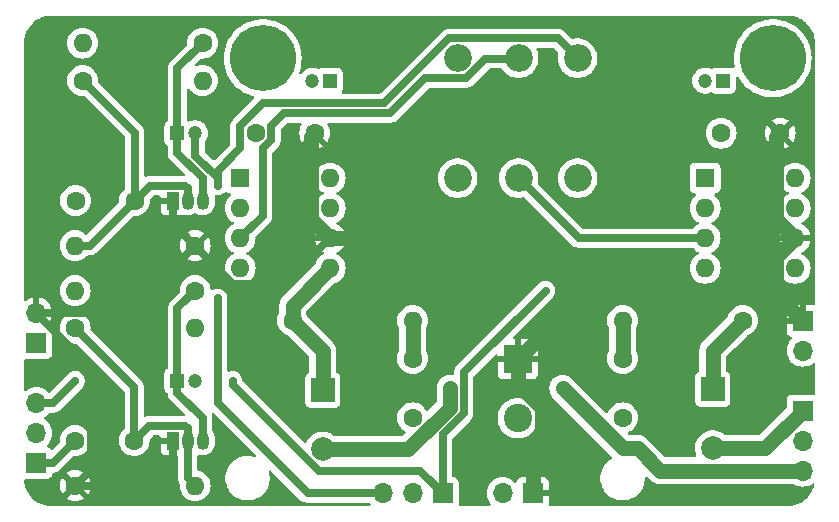
<source format=gbl>
G04 #@! TF.GenerationSoftware,KiCad,Pcbnew,8.0.9*
G04 #@! TF.CreationDate,2025-03-02T13:58:42+01:00*
G04 #@! TF.ProjectId,cjss202,636a7373-3230-4322-9e6b-696361645f70,rev?*
G04 #@! TF.SameCoordinates,Original*
G04 #@! TF.FileFunction,Copper,L2,Bot*
G04 #@! TF.FilePolarity,Positive*
%FSLAX46Y46*%
G04 Gerber Fmt 4.6, Leading zero omitted, Abs format (unit mm)*
G04 Created by KiCad (PCBNEW 8.0.9) date 2025-03-02 13:58:42*
%MOMM*%
%LPD*%
G01*
G04 APERTURE LIST*
G04 #@! TA.AperFunction,ComponentPad*
%ADD10C,1.600000*%
G04 #@! TD*
G04 #@! TA.AperFunction,ComponentPad*
%ADD11R,1.700000X1.700000*%
G04 #@! TD*
G04 #@! TA.AperFunction,ComponentPad*
%ADD12O,1.700000X1.700000*%
G04 #@! TD*
G04 #@! TA.AperFunction,ComponentPad*
%ADD13R,1.200000X1.200000*%
G04 #@! TD*
G04 #@! TA.AperFunction,ComponentPad*
%ADD14C,1.200000*%
G04 #@! TD*
G04 #@! TA.AperFunction,ComponentPad*
%ADD15R,2.000000X2.000000*%
G04 #@! TD*
G04 #@! TA.AperFunction,ComponentPad*
%ADD16C,2.000000*%
G04 #@! TD*
G04 #@! TA.AperFunction,ComponentPad*
%ADD17O,1.600000X1.600000*%
G04 #@! TD*
G04 #@! TA.AperFunction,ComponentPad*
%ADD18R,2.400000X2.400000*%
G04 #@! TD*
G04 #@! TA.AperFunction,ComponentPad*
%ADD19C,2.400000*%
G04 #@! TD*
G04 #@! TA.AperFunction,ComponentPad*
%ADD20C,2.340000*%
G04 #@! TD*
G04 #@! TA.AperFunction,ComponentPad*
%ADD21R,1.050000X1.500000*%
G04 #@! TD*
G04 #@! TA.AperFunction,ComponentPad*
%ADD22O,1.050000X1.500000*%
G04 #@! TD*
G04 #@! TA.AperFunction,ComponentPad*
%ADD23R,1.600000X1.600000*%
G04 #@! TD*
G04 #@! TA.AperFunction,ComponentPad*
%ADD24C,5.600000*%
G04 #@! TD*
G04 #@! TA.AperFunction,ViaPad*
%ADD25C,1.000000*%
G04 #@! TD*
G04 #@! TA.AperFunction,ViaPad*
%ADD26C,0.600000*%
G04 #@! TD*
G04 #@! TA.AperFunction,Conductor*
%ADD27C,0.635000*%
G04 #@! TD*
G04 #@! TA.AperFunction,Conductor*
%ADD28C,1.270000*%
G04 #@! TD*
G04 APERTURE END LIST*
D10*
X32385000Y-61595000D03*
X37385000Y-61595000D03*
X78740000Y-54650000D03*
X78740000Y-59650000D03*
D11*
X29101051Y-53340000D03*
D12*
X29101051Y-50800000D03*
D13*
X87225000Y-31115000D03*
D14*
X85725000Y-31115000D03*
D10*
X32425000Y-41275000D03*
X37425000Y-41275000D03*
D13*
X41045000Y-35560000D03*
D14*
X42545000Y-35560000D03*
D11*
X29101051Y-63500000D03*
D12*
X29101051Y-60960000D03*
X29101051Y-58420000D03*
D11*
X71120000Y-66040000D03*
D12*
X68580000Y-66040000D03*
D11*
X93980000Y-59055000D03*
D12*
X93980000Y-61595000D03*
X93980000Y-64135000D03*
D15*
X53340000Y-57322323D03*
D16*
X53340000Y-62322323D03*
D10*
X88900000Y-51435000D03*
D17*
X78740000Y-51435000D03*
D10*
X32385000Y-52070000D03*
D17*
X42545000Y-52070000D03*
D15*
X86360000Y-57230000D03*
D16*
X86360000Y-62230000D03*
D10*
X43180000Y-27940000D03*
D17*
X33020000Y-27940000D03*
D18*
X69850000Y-54690000D03*
D19*
X69850000Y-59690000D03*
D20*
X74930000Y-39370000D03*
X69930000Y-39370000D03*
X64770000Y-39370000D03*
X74930000Y-29210000D03*
X69930000Y-29210000D03*
X64770000Y-29210000D03*
D13*
X41045000Y-56515000D03*
D14*
X42545000Y-56515000D03*
D13*
X53975000Y-31115000D03*
D14*
X52475000Y-31115000D03*
D10*
X32385000Y-65405000D03*
D17*
X42545000Y-65405000D03*
D21*
X40640000Y-41275000D03*
D22*
X41910000Y-41275000D03*
X43180000Y-41275000D03*
D10*
X50800000Y-51435000D03*
D17*
X60960000Y-51435000D03*
D10*
X60960000Y-54650000D03*
X60960000Y-59650000D03*
X47665000Y-35560000D03*
X52665000Y-35560000D03*
X33020000Y-31115000D03*
D17*
X43180000Y-31115000D03*
D21*
X40640000Y-61595000D03*
D22*
X41910000Y-61595000D03*
X43180000Y-61595000D03*
D23*
X46355000Y-39370000D03*
D17*
X46355000Y-41910000D03*
X46355000Y-44450000D03*
X46355000Y-46990000D03*
X53975000Y-46990000D03*
X53975000Y-44450000D03*
X53975000Y-41910000D03*
X53975000Y-39370000D03*
D10*
X42545000Y-48895000D03*
D17*
X32385000Y-48895000D03*
D24*
X91440000Y-29210000D03*
D10*
X87075000Y-35560000D03*
X92075000Y-35560000D03*
D24*
X48260000Y-29210000D03*
D11*
X93980000Y-51435000D03*
D12*
X93980000Y-53975000D03*
D23*
X85725000Y-39370000D03*
D17*
X85725000Y-41910000D03*
X85725000Y-44450000D03*
X85725000Y-46990000D03*
X93345000Y-46990000D03*
X93345000Y-44450000D03*
X93345000Y-41910000D03*
X93345000Y-39370000D03*
D10*
X42545000Y-45085000D03*
D17*
X32385000Y-45085000D03*
D11*
X63500000Y-66040000D03*
D12*
X60960000Y-66040000D03*
X58420000Y-66040000D03*
D25*
X64135000Y-57150000D03*
X73660000Y-57150000D03*
D26*
X44450000Y-49530000D03*
X44450000Y-39370000D03*
X32385000Y-56515000D03*
X45720000Y-56515000D03*
X72210000Y-48895000D03*
D27*
X29101051Y-50800000D02*
X33702500Y-55401449D01*
D28*
X75375000Y-49165000D02*
X70660000Y-44450000D01*
D27*
X29148551Y-50752500D02*
X36877500Y-50752500D01*
D28*
X91710000Y-35925000D02*
X92075000Y-35560000D01*
D27*
X33702500Y-64087500D02*
X32385000Y-65405000D01*
D28*
X52340000Y-35885000D02*
X52665000Y-35560000D01*
X71120000Y-61725000D02*
X71885000Y-60960000D01*
D27*
X42545000Y-45085000D02*
X45767500Y-48307500D01*
D28*
X91710000Y-42815000D02*
X91710000Y-35925000D01*
D27*
X42545000Y-45085000D02*
X40640000Y-43180000D01*
D28*
X69850000Y-54690000D02*
X69850000Y-56812075D01*
X69850000Y-56812075D02*
X71885000Y-58847075D01*
X52340000Y-42815000D02*
X52340000Y-35885000D01*
X70660000Y-44450000D02*
X53975000Y-44450000D01*
X75375000Y-49165000D02*
X69850000Y-54690000D01*
X71885000Y-58847075D02*
X71885000Y-60960000D01*
X71120000Y-66040000D02*
X71120000Y-61725000D01*
X93980000Y-51435000D02*
X91710000Y-49165000D01*
X91710000Y-46085000D02*
X93345000Y-44450000D01*
X91710000Y-49165000D02*
X75375000Y-49165000D01*
X91710000Y-49165000D02*
X91710000Y-46085000D01*
X93345000Y-44450000D02*
X91710000Y-42815000D01*
D27*
X36877500Y-50752500D02*
X42545000Y-45085000D01*
X45767500Y-48307500D02*
X50117500Y-48307500D01*
X40640000Y-43180000D02*
X40640000Y-41275000D01*
X40640000Y-61595000D02*
X40640000Y-63500000D01*
D28*
X53975000Y-44450000D02*
X52340000Y-42815000D01*
D27*
X40640000Y-63500000D02*
X38735000Y-65405000D01*
X33702500Y-55401449D02*
X33702500Y-64087500D01*
X50117500Y-48307500D02*
X53975000Y-44450000D01*
X38735000Y-65405000D02*
X32385000Y-65405000D01*
X29101051Y-50800000D02*
X29148551Y-50752500D01*
D28*
X78740000Y-54650000D02*
X78740000Y-51435000D01*
X86360000Y-53975000D02*
X88900000Y-51435000D01*
X86360000Y-57230000D02*
X86360000Y-53975000D01*
X90805000Y-62230000D02*
X86360000Y-62230000D01*
X93980000Y-59055000D02*
X90805000Y-62230000D01*
X60960000Y-54650000D02*
X60960000Y-51435000D01*
X50800000Y-50165000D02*
X53975000Y-46990000D01*
X53340000Y-53975000D02*
X50800000Y-51435000D01*
X50800000Y-51435000D02*
X50800000Y-50165000D01*
X53340000Y-57322323D02*
X53340000Y-53975000D01*
X53340000Y-62322323D02*
X60599917Y-62322323D01*
X80010000Y-62230000D02*
X78740000Y-62230000D01*
X78740000Y-62230000D02*
X73660000Y-57150000D01*
X64135000Y-58787240D02*
X64135000Y-57150000D01*
X93980000Y-64135000D02*
X81915000Y-64135000D01*
X81915000Y-64135000D02*
X80010000Y-62230000D01*
X60599917Y-62322323D02*
X64135000Y-58787240D01*
D27*
X30480000Y-63500000D02*
X32385000Y-61595000D01*
X29101051Y-63500000D02*
X30480000Y-63500000D01*
X38652500Y-60327500D02*
X37385000Y-61595000D01*
X41910000Y-61595000D02*
X41910000Y-64770000D01*
X41682500Y-60327500D02*
X38652500Y-60327500D01*
X41910000Y-64770000D02*
X42545000Y-65405000D01*
X37385000Y-57070000D02*
X37385000Y-61595000D01*
X32385000Y-52070000D02*
X37385000Y-57070000D01*
X41910000Y-60555000D02*
X41682500Y-60327500D01*
X41910000Y-61595000D02*
X41910000Y-60555000D01*
X43180000Y-59690000D02*
X43180000Y-61595000D01*
X41045000Y-56515000D02*
X41045000Y-57555000D01*
X41045000Y-56515000D02*
X41045000Y-50395000D01*
X41045000Y-57555000D02*
X43180000Y-59690000D01*
X41045000Y-50395000D02*
X42545000Y-48895000D01*
X58420000Y-66040000D02*
X52070000Y-66040000D01*
X46355000Y-34925000D02*
X46347500Y-34932500D01*
X42545000Y-35560000D02*
X42545000Y-37465000D01*
X64071014Y-27522500D02*
X73242500Y-27522500D01*
X49530000Y-33020000D02*
X58573514Y-33020000D01*
X44450000Y-58420000D02*
X44450000Y-49530000D01*
X46347500Y-35560000D02*
X46347500Y-36837500D01*
X46347500Y-34932500D02*
X46347500Y-35560000D01*
X58573514Y-33020000D02*
X64071014Y-27522500D01*
X52070000Y-66040000D02*
X44450000Y-58420000D01*
X46347500Y-36837500D02*
X44450000Y-38735000D01*
X73242500Y-27522500D02*
X74930000Y-29210000D01*
X42545000Y-37465000D02*
X44450000Y-39370000D01*
X48260000Y-33020000D02*
X46355000Y-34925000D01*
X49530000Y-33020000D02*
X48260000Y-33020000D01*
X44450000Y-38735000D02*
X44450000Y-40005000D01*
X32385000Y-45085000D02*
X33615000Y-45085000D01*
X38692500Y-40007500D02*
X41682500Y-40007500D01*
X41682500Y-40007500D02*
X41910000Y-40235000D01*
X37425000Y-41275000D02*
X38692500Y-40007500D01*
X33615000Y-45085000D02*
X37425000Y-41275000D01*
X37425000Y-35520000D02*
X33020000Y-31115000D01*
X37425000Y-41275000D02*
X37425000Y-35520000D01*
X41910000Y-40235000D02*
X41910000Y-41275000D01*
X30480000Y-58420000D02*
X32385000Y-56515000D01*
X29101051Y-58420000D02*
X30480000Y-58420000D01*
X65287500Y-59264622D02*
X65287500Y-55817500D01*
X65287500Y-55817500D02*
X72210000Y-48895000D01*
X45720000Y-56515000D02*
X45720000Y-56848393D01*
X63500000Y-61052122D02*
X65287500Y-59264622D01*
X63500000Y-66040000D02*
X63500000Y-61052122D01*
X61595000Y-64135000D02*
X63500000Y-66040000D01*
X45720000Y-56848393D02*
X53006607Y-64135000D01*
X53006607Y-64135000D02*
X61595000Y-64135000D01*
X43180000Y-39370000D02*
X43180000Y-41275000D01*
X41045000Y-35560000D02*
X41045000Y-37235000D01*
X41045000Y-30075000D02*
X43180000Y-27940000D01*
X41045000Y-37235000D02*
X43180000Y-39370000D01*
X41045000Y-35560000D02*
X41045000Y-30075000D01*
X69930000Y-29210000D02*
X69890000Y-29250000D01*
X48260000Y-42545000D02*
X46355000Y-44450000D01*
X67116486Y-29250000D02*
X65468986Y-30897500D01*
X65468986Y-30897500D02*
X62012500Y-30897500D01*
X50052500Y-33855000D02*
X48982500Y-34925000D01*
X48982500Y-36107500D02*
X48260000Y-36830000D01*
X59055000Y-33855000D02*
X50052500Y-33855000D01*
X62012500Y-30897500D02*
X59055000Y-33855000D01*
X48982500Y-34925000D02*
X48982500Y-36107500D01*
X48260000Y-36830000D02*
X48260000Y-42545000D01*
X69890000Y-29250000D02*
X67116486Y-29250000D01*
X75010000Y-44450000D02*
X69930000Y-39370000D01*
X85725000Y-44450000D02*
X75010000Y-44450000D01*
G04 #@! TA.AperFunction,Conductor*
G36*
X92713736Y-25600726D02*
G01*
X92984510Y-25617105D01*
X92999374Y-25618910D01*
X93262507Y-25667131D01*
X93277044Y-25670714D01*
X93532435Y-25750298D01*
X93546427Y-25755603D01*
X93790379Y-25865397D01*
X93790381Y-25865398D01*
X93803639Y-25872356D01*
X94032569Y-26010749D01*
X94044885Y-26019250D01*
X94198257Y-26139409D01*
X94255473Y-26184235D01*
X94266681Y-26194165D01*
X94455834Y-26383318D01*
X94465764Y-26394526D01*
X94630745Y-26605108D01*
X94639251Y-26617431D01*
X94777642Y-26846359D01*
X94784601Y-26859618D01*
X94894394Y-27103568D01*
X94899703Y-27117569D01*
X94979284Y-27372954D01*
X94982868Y-27387492D01*
X95031089Y-27650625D01*
X95032894Y-27665489D01*
X95049274Y-27936262D01*
X95049500Y-27943750D01*
X95049500Y-49965410D01*
X95029815Y-50032449D01*
X94977011Y-50078204D01*
X94912246Y-50088700D01*
X94877830Y-50085000D01*
X94230000Y-50085000D01*
X94230000Y-51001988D01*
X94172993Y-50969075D01*
X94045826Y-50935000D01*
X93914174Y-50935000D01*
X93787007Y-50969075D01*
X93730000Y-51001988D01*
X93730000Y-50085000D01*
X93082155Y-50085000D01*
X93022627Y-50091401D01*
X93022620Y-50091403D01*
X92887913Y-50141645D01*
X92887906Y-50141649D01*
X92772812Y-50227809D01*
X92772809Y-50227812D01*
X92686649Y-50342906D01*
X92686645Y-50342913D01*
X92636403Y-50477620D01*
X92636401Y-50477627D01*
X92630000Y-50537155D01*
X92630000Y-51185000D01*
X93546988Y-51185000D01*
X93514075Y-51242007D01*
X93480000Y-51369174D01*
X93480000Y-51500826D01*
X93514075Y-51627993D01*
X93546988Y-51685000D01*
X92630000Y-51685000D01*
X92630000Y-52332844D01*
X92636401Y-52392372D01*
X92636403Y-52392379D01*
X92686645Y-52527086D01*
X92686649Y-52527093D01*
X92772809Y-52642187D01*
X92772812Y-52642190D01*
X92887906Y-52728350D01*
X92887913Y-52728354D01*
X93019470Y-52777421D01*
X93075403Y-52819292D01*
X93099821Y-52884756D01*
X93084970Y-52953029D01*
X93063819Y-52981284D01*
X92941503Y-53103600D01*
X92805965Y-53297169D01*
X92805964Y-53297171D01*
X92706098Y-53511335D01*
X92706094Y-53511344D01*
X92644938Y-53739586D01*
X92644936Y-53739596D01*
X92624341Y-53974999D01*
X92624341Y-53975000D01*
X92644936Y-54210403D01*
X92644938Y-54210413D01*
X92706094Y-54438655D01*
X92706096Y-54438659D01*
X92706097Y-54438663D01*
X92797088Y-54633793D01*
X92805965Y-54652830D01*
X92805967Y-54652834D01*
X92887302Y-54768991D01*
X92941505Y-54846401D01*
X93108599Y-55013495D01*
X93205384Y-55081265D01*
X93302165Y-55149032D01*
X93302167Y-55149033D01*
X93302170Y-55149035D01*
X93516337Y-55248903D01*
X93744592Y-55310063D01*
X93932918Y-55326539D01*
X93979999Y-55330659D01*
X93980000Y-55330659D01*
X93980001Y-55330659D01*
X94019234Y-55327226D01*
X94215408Y-55310063D01*
X94443663Y-55248903D01*
X94657830Y-55149035D01*
X94851401Y-55013495D01*
X94851403Y-55013492D01*
X94854376Y-55011411D01*
X94920582Y-54989084D01*
X94988350Y-55006094D01*
X95036163Y-55057042D01*
X95049500Y-55112986D01*
X95049500Y-57584906D01*
X95029815Y-57651945D01*
X94977011Y-57697700D01*
X94912247Y-57708195D01*
X94877873Y-57704500D01*
X94877865Y-57704500D01*
X93082129Y-57704500D01*
X93082123Y-57704501D01*
X93022516Y-57710908D01*
X92887671Y-57761202D01*
X92887664Y-57761206D01*
X92772455Y-57847452D01*
X92772452Y-57847455D01*
X92686206Y-57962664D01*
X92686202Y-57962671D01*
X92635908Y-58097517D01*
X92629501Y-58157116D01*
X92629500Y-58157135D01*
X92629500Y-58748298D01*
X92609815Y-58815337D01*
X92593181Y-58835979D01*
X90370980Y-61058181D01*
X90309657Y-61091666D01*
X90283299Y-61094500D01*
X87386644Y-61094500D01*
X87319605Y-61074815D01*
X87310482Y-61068353D01*
X87183512Y-60969528D01*
X87183508Y-60969525D01*
X86964811Y-60851172D01*
X86964802Y-60851169D01*
X86729616Y-60770429D01*
X86484335Y-60729500D01*
X86235665Y-60729500D01*
X85990383Y-60770429D01*
X85755197Y-60851169D01*
X85755188Y-60851172D01*
X85536493Y-60969524D01*
X85340257Y-61122261D01*
X85171833Y-61305217D01*
X85035826Y-61513393D01*
X84935936Y-61741118D01*
X84874892Y-61982175D01*
X84874890Y-61982187D01*
X84854357Y-62229994D01*
X84854357Y-62230005D01*
X84874890Y-62477812D01*
X84874892Y-62477824D01*
X84914314Y-62633495D01*
X84935937Y-62718881D01*
X84982788Y-62825690D01*
X84991691Y-62894990D01*
X84961714Y-62958102D01*
X84902375Y-62994989D01*
X84869232Y-62999500D01*
X82436701Y-62999500D01*
X82369662Y-62979815D01*
X82349020Y-62963181D01*
X80749727Y-61363888D01*
X80716333Y-61339626D01*
X80605132Y-61258833D01*
X80445881Y-61177691D01*
X80445875Y-61177688D01*
X80404194Y-61164146D01*
X80337453Y-61142460D01*
X80275897Y-61122459D01*
X80275895Y-61122458D01*
X80275894Y-61122458D01*
X80099370Y-61094500D01*
X80099366Y-61094500D01*
X79278833Y-61094500D01*
X79211794Y-61074815D01*
X79166039Y-61022011D01*
X79156095Y-60952853D01*
X79185120Y-60889297D01*
X79226427Y-60858118D01*
X79392734Y-60780568D01*
X79579139Y-60650047D01*
X79740047Y-60489139D01*
X79870568Y-60302734D01*
X79966739Y-60096496D01*
X80025635Y-59876692D01*
X80045468Y-59650000D01*
X80041918Y-59609429D01*
X80037418Y-59557986D01*
X80025635Y-59423308D01*
X79968622Y-59210531D01*
X79966741Y-59203511D01*
X79966738Y-59203502D01*
X79950442Y-59168555D01*
X79870568Y-58997266D01*
X79740047Y-58810861D01*
X79740045Y-58810858D01*
X79579141Y-58649954D01*
X79392734Y-58519432D01*
X79392732Y-58519431D01*
X79186497Y-58423261D01*
X79186488Y-58423258D01*
X78966697Y-58364366D01*
X78966693Y-58364365D01*
X78966692Y-58364365D01*
X78966691Y-58364364D01*
X78966686Y-58364364D01*
X78740002Y-58344532D01*
X78739998Y-58344532D01*
X78513313Y-58364364D01*
X78513302Y-58364366D01*
X78293511Y-58423258D01*
X78293502Y-58423261D01*
X78087267Y-58519431D01*
X78087265Y-58519432D01*
X77900858Y-58649954D01*
X77739954Y-58810858D01*
X77609433Y-58997264D01*
X77526433Y-59175256D01*
X77480260Y-59227694D01*
X77413066Y-59246846D01*
X77346185Y-59226630D01*
X77326370Y-59210531D01*
X74399730Y-56283891D01*
X74399729Y-56283890D01*
X74399728Y-56283889D01*
X74259676Y-56182135D01*
X84859500Y-56182135D01*
X84859500Y-58277870D01*
X84859501Y-58277876D01*
X84865908Y-58337483D01*
X84916202Y-58472328D01*
X84916206Y-58472335D01*
X85002452Y-58587544D01*
X85002455Y-58587547D01*
X85117664Y-58673793D01*
X85117671Y-58673797D01*
X85252517Y-58724091D01*
X85252516Y-58724091D01*
X85259444Y-58724835D01*
X85312127Y-58730500D01*
X87407872Y-58730499D01*
X87467483Y-58724091D01*
X87602331Y-58673796D01*
X87717546Y-58587546D01*
X87803796Y-58472331D01*
X87854091Y-58337483D01*
X87860500Y-58277873D01*
X87860499Y-56182128D01*
X87854091Y-56122517D01*
X87853155Y-56120008D01*
X87803797Y-55987671D01*
X87803793Y-55987664D01*
X87717547Y-55872455D01*
X87717544Y-55872452D01*
X87602334Y-55786205D01*
X87576164Y-55776444D01*
X87520231Y-55734571D01*
X87495816Y-55669106D01*
X87495500Y-55660263D01*
X87495500Y-54496701D01*
X87515185Y-54429662D01*
X87531819Y-54409020D01*
X88231741Y-53709098D01*
X89230939Y-52709899D01*
X89286522Y-52677808D01*
X89346496Y-52661739D01*
X89552734Y-52565568D01*
X89739139Y-52435047D01*
X89900047Y-52274139D01*
X90030568Y-52087734D01*
X90126739Y-51881496D01*
X90185635Y-51661692D01*
X90205468Y-51435000D01*
X90203916Y-51417266D01*
X90187608Y-51230861D01*
X90185635Y-51208308D01*
X90126739Y-50988504D01*
X90030568Y-50782266D01*
X89916712Y-50619661D01*
X89900045Y-50595858D01*
X89739141Y-50434954D01*
X89552734Y-50304432D01*
X89552732Y-50304431D01*
X89346497Y-50208261D01*
X89346488Y-50208258D01*
X89126697Y-50149366D01*
X89126693Y-50149365D01*
X89126692Y-50149365D01*
X89126691Y-50149364D01*
X89126686Y-50149364D01*
X88900002Y-50129532D01*
X88899998Y-50129532D01*
X88673313Y-50149364D01*
X88673302Y-50149366D01*
X88453511Y-50208258D01*
X88453502Y-50208261D01*
X88247267Y-50304431D01*
X88247265Y-50304432D01*
X88060858Y-50434954D01*
X87899954Y-50595858D01*
X87769432Y-50782265D01*
X87769431Y-50782267D01*
X87673260Y-50988504D01*
X87673260Y-50988505D01*
X87657190Y-51048476D01*
X87625097Y-51104061D01*
X85620272Y-53108889D01*
X85493891Y-53235269D01*
X85493890Y-53235270D01*
X85388833Y-53379867D01*
X85307243Y-53539997D01*
X85306184Y-53543754D01*
X85252459Y-53709101D01*
X85252458Y-53709108D01*
X85236342Y-53810860D01*
X85236343Y-53810861D01*
X85224500Y-53885634D01*
X85224500Y-53885639D01*
X85224500Y-55660263D01*
X85204815Y-55727302D01*
X85152011Y-55773057D01*
X85143836Y-55776444D01*
X85117665Y-55786205D01*
X85002455Y-55872452D01*
X85002452Y-55872455D01*
X84916206Y-55987664D01*
X84916202Y-55987671D01*
X84865908Y-56122517D01*
X84859854Y-56178833D01*
X84859501Y-56182123D01*
X84859500Y-56182135D01*
X74259676Y-56182135D01*
X74255131Y-56178833D01*
X74095884Y-56097692D01*
X74041394Y-56079987D01*
X73925897Y-56042459D01*
X73925891Y-56042458D01*
X73749370Y-56014500D01*
X73749366Y-56014500D01*
X73570634Y-56014500D01*
X73570630Y-56014500D01*
X73394108Y-56042458D01*
X73394106Y-56042458D01*
X73394103Y-56042459D01*
X73325500Y-56064750D01*
X73224115Y-56097692D01*
X73064868Y-56178833D01*
X72982370Y-56238771D01*
X72920272Y-56283889D01*
X72920270Y-56283891D01*
X72920269Y-56283891D01*
X72793891Y-56410269D01*
X72793891Y-56410270D01*
X72793889Y-56410272D01*
X72776202Y-56434616D01*
X72688833Y-56554868D01*
X72607692Y-56714115D01*
X72594862Y-56753602D01*
X72552459Y-56884103D01*
X72552458Y-56884106D01*
X72552458Y-56884108D01*
X72524500Y-57060629D01*
X72524500Y-57239370D01*
X72527701Y-57259579D01*
X72552459Y-57415897D01*
X72592722Y-57539812D01*
X72607692Y-57585884D01*
X72671396Y-57710909D01*
X72688833Y-57745131D01*
X72793889Y-57889728D01*
X72793891Y-57889730D01*
X77841344Y-62937183D01*
X77874829Y-62998506D01*
X77869845Y-63068198D01*
X77827973Y-63124131D01*
X77815663Y-63132251D01*
X77693002Y-63203069D01*
X77497439Y-63353132D01*
X77323132Y-63527439D01*
X77173069Y-63723002D01*
X77049813Y-63936488D01*
X77049809Y-63936497D01*
X76955477Y-64164233D01*
X76891677Y-64402342D01*
X76891674Y-64402355D01*
X76859501Y-64646736D01*
X76859500Y-64646752D01*
X76859500Y-64893247D01*
X76859501Y-64893263D01*
X76891674Y-65137644D01*
X76891675Y-65137649D01*
X76891676Y-65137655D01*
X76902591Y-65178389D01*
X76955477Y-65375766D01*
X77031539Y-65559394D01*
X77049812Y-65603509D01*
X77166142Y-65805000D01*
X77173069Y-65816997D01*
X77323132Y-66012560D01*
X77323140Y-66012569D01*
X77497431Y-66186860D01*
X77497439Y-66186867D01*
X77693002Y-66336930D01*
X77693005Y-66336931D01*
X77693008Y-66336934D01*
X77906491Y-66460188D01*
X78053645Y-66521141D01*
X78134233Y-66554522D01*
X78134234Y-66554522D01*
X78134236Y-66554523D01*
X78372345Y-66618324D01*
X78616746Y-66650500D01*
X78616753Y-66650500D01*
X78863247Y-66650500D01*
X78863254Y-66650500D01*
X79107655Y-66618324D01*
X79345764Y-66554523D01*
X79573509Y-66460188D01*
X79786992Y-66336934D01*
X79982560Y-66186868D01*
X79982564Y-66186863D01*
X79982569Y-66186860D01*
X80156860Y-66012569D01*
X80156863Y-66012564D01*
X80156868Y-66012560D01*
X80306934Y-65816992D01*
X80430188Y-65603509D01*
X80524523Y-65375764D01*
X80588324Y-65137655D01*
X80620500Y-64893254D01*
X80620500Y-64745701D01*
X80640185Y-64678662D01*
X80692989Y-64632907D01*
X80762147Y-64622963D01*
X80825703Y-64651988D01*
X80832181Y-64658020D01*
X81048889Y-64874728D01*
X81175272Y-65001111D01*
X81271669Y-65071148D01*
X81319869Y-65106168D01*
X81354512Y-65123819D01*
X81479119Y-65187309D01*
X81520802Y-65200851D01*
X81520804Y-65200853D01*
X81520805Y-65200853D01*
X81525305Y-65202315D01*
X81649103Y-65242541D01*
X81724759Y-65254523D01*
X81825630Y-65270500D01*
X81825634Y-65270500D01*
X82004366Y-65270500D01*
X93208040Y-65270500D01*
X93275079Y-65290185D01*
X93279148Y-65292915D01*
X93302170Y-65309035D01*
X93516337Y-65408903D01*
X93744592Y-65470063D01*
X93932918Y-65486539D01*
X93979999Y-65490659D01*
X93980000Y-65490659D01*
X93980001Y-65490659D01*
X94019234Y-65487226D01*
X94215408Y-65470063D01*
X94443663Y-65408903D01*
X94657830Y-65309035D01*
X94782576Y-65221686D01*
X94848781Y-65199359D01*
X94916548Y-65216369D01*
X94964362Y-65267316D01*
X94977040Y-65336026D01*
X94972084Y-65360151D01*
X94899703Y-65592430D01*
X94894394Y-65606431D01*
X94784601Y-65850381D01*
X94777642Y-65863640D01*
X94639251Y-66092568D01*
X94630745Y-66104891D01*
X94465764Y-66315473D01*
X94455834Y-66326681D01*
X94266681Y-66515834D01*
X94255473Y-66525764D01*
X94044891Y-66690745D01*
X94032568Y-66699251D01*
X93803640Y-66837642D01*
X93790381Y-66844601D01*
X93546431Y-66954394D01*
X93532430Y-66959703D01*
X93277045Y-67039284D01*
X93262507Y-67042868D01*
X92999374Y-67091089D01*
X92984510Y-67092894D01*
X92729690Y-67108308D01*
X92713735Y-67109274D01*
X92706249Y-67109500D01*
X72589589Y-67109500D01*
X72522550Y-67089815D01*
X72476795Y-67037011D01*
X72466300Y-66972242D01*
X72469999Y-66937839D01*
X72470000Y-66937827D01*
X72470000Y-66290000D01*
X71553012Y-66290000D01*
X71585925Y-66232993D01*
X71620000Y-66105826D01*
X71620000Y-65974174D01*
X71585925Y-65847007D01*
X71553012Y-65790000D01*
X72470000Y-65790000D01*
X72470000Y-65142172D01*
X72469999Y-65142155D01*
X72463598Y-65082627D01*
X72463596Y-65082620D01*
X72413354Y-64947913D01*
X72413350Y-64947906D01*
X72327190Y-64832812D01*
X72327187Y-64832809D01*
X72212093Y-64746649D01*
X72212086Y-64746645D01*
X72077379Y-64696403D01*
X72077372Y-64696401D01*
X72017844Y-64690000D01*
X71370000Y-64690000D01*
X71370000Y-65606988D01*
X71312993Y-65574075D01*
X71185826Y-65540000D01*
X71054174Y-65540000D01*
X70927007Y-65574075D01*
X70870000Y-65606988D01*
X70870000Y-64690000D01*
X70222155Y-64690000D01*
X70162627Y-64696401D01*
X70162620Y-64696403D01*
X70027913Y-64746645D01*
X70027906Y-64746649D01*
X69912812Y-64832809D01*
X69912809Y-64832812D01*
X69826649Y-64947906D01*
X69826645Y-64947913D01*
X69777578Y-65079470D01*
X69735707Y-65135404D01*
X69670242Y-65159821D01*
X69601969Y-65144969D01*
X69573715Y-65123819D01*
X69529366Y-65079470D01*
X69451401Y-65001505D01*
X69451397Y-65001502D01*
X69451396Y-65001501D01*
X69257834Y-64865967D01*
X69257830Y-64865965D01*
X69186727Y-64832809D01*
X69043663Y-64766097D01*
X69043659Y-64766096D01*
X69043655Y-64766094D01*
X68815413Y-64704938D01*
X68815403Y-64704936D01*
X68580001Y-64684341D01*
X68579999Y-64684341D01*
X68344596Y-64704936D01*
X68344586Y-64704938D01*
X68116344Y-64766094D01*
X68116335Y-64766098D01*
X67902171Y-64865964D01*
X67902169Y-64865965D01*
X67708597Y-65001505D01*
X67541505Y-65168597D01*
X67405965Y-65362169D01*
X67405964Y-65362171D01*
X67306098Y-65576335D01*
X67306094Y-65576344D01*
X67244938Y-65804586D01*
X67244936Y-65804596D01*
X67224341Y-66039999D01*
X67224341Y-66040000D01*
X67244936Y-66275403D01*
X67244938Y-66275413D01*
X67306094Y-66503655D01*
X67306096Y-66503659D01*
X67306097Y-66503663D01*
X67393053Y-66690141D01*
X67405965Y-66717830D01*
X67405967Y-66717834D01*
X67543588Y-66914377D01*
X67565915Y-66980583D01*
X67548905Y-67048350D01*
X67497957Y-67096163D01*
X67442013Y-67109500D01*
X64970094Y-67109500D01*
X64903055Y-67089815D01*
X64857300Y-67037011D01*
X64846804Y-66972246D01*
X64850500Y-66937873D01*
X64850499Y-65142128D01*
X64844091Y-65082517D01*
X64835459Y-65059374D01*
X64793797Y-64947671D01*
X64793793Y-64947664D01*
X64707547Y-64832455D01*
X64707544Y-64832452D01*
X64592335Y-64746206D01*
X64592328Y-64746202D01*
X64457482Y-64695908D01*
X64457483Y-64695908D01*
X64428745Y-64692819D01*
X64364194Y-64666081D01*
X64324345Y-64608689D01*
X64318000Y-64569530D01*
X64318000Y-61442309D01*
X64337685Y-61375270D01*
X64354314Y-61354633D01*
X65808942Y-59900005D01*
X65808945Y-59900004D01*
X65922882Y-59786067D01*
X65985213Y-59692782D01*
X65987075Y-59689995D01*
X68144732Y-59689995D01*
X68144732Y-59690004D01*
X68163777Y-59944154D01*
X68198548Y-60096497D01*
X68220492Y-60192637D01*
X68313607Y-60429888D01*
X68441041Y-60650612D01*
X68599950Y-60849877D01*
X68786783Y-61023232D01*
X68997366Y-61166805D01*
X68997371Y-61166807D01*
X68997372Y-61166808D01*
X68997373Y-61166809D01*
X69119328Y-61225538D01*
X69226992Y-61277387D01*
X69226993Y-61277387D01*
X69226996Y-61277389D01*
X69470542Y-61352513D01*
X69722565Y-61390500D01*
X69977435Y-61390500D01*
X70229458Y-61352513D01*
X70473004Y-61277389D01*
X70702634Y-61166805D01*
X70913217Y-61023232D01*
X71100050Y-60849877D01*
X71258959Y-60650612D01*
X71386393Y-60429888D01*
X71479508Y-60192637D01*
X71536222Y-59944157D01*
X71553582Y-59712501D01*
X71555268Y-59690004D01*
X71555268Y-59689995D01*
X71537387Y-59451393D01*
X71536222Y-59435843D01*
X71479508Y-59187363D01*
X71386393Y-58950112D01*
X71258959Y-58729388D01*
X71100050Y-58530123D01*
X70913217Y-58356768D01*
X70702634Y-58213195D01*
X70702630Y-58213193D01*
X70702627Y-58213191D01*
X70702626Y-58213190D01*
X70473006Y-58102612D01*
X70473008Y-58102612D01*
X70229466Y-58027489D01*
X70229462Y-58027488D01*
X70229458Y-58027487D01*
X70108231Y-58009214D01*
X69977440Y-57989500D01*
X69977435Y-57989500D01*
X69722565Y-57989500D01*
X69722559Y-57989500D01*
X69565609Y-58013157D01*
X69470542Y-58027487D01*
X69470539Y-58027488D01*
X69470533Y-58027489D01*
X69226992Y-58102612D01*
X68997373Y-58213190D01*
X68997372Y-58213191D01*
X68786782Y-58356768D01*
X68599952Y-58530121D01*
X68599950Y-58530123D01*
X68441041Y-58729388D01*
X68313608Y-58950109D01*
X68220492Y-59187362D01*
X68220490Y-59187369D01*
X68163777Y-59435845D01*
X68144732Y-59689995D01*
X65987075Y-59689995D01*
X66012403Y-59652090D01*
X66074065Y-59503224D01*
X66098104Y-59382372D01*
X66103262Y-59356442D01*
X66105500Y-59345189D01*
X66105500Y-56207689D01*
X66125185Y-56140650D01*
X66141819Y-56120008D01*
X67938319Y-54323508D01*
X67999642Y-54290023D01*
X68069334Y-54295007D01*
X68125267Y-54336879D01*
X68149684Y-54402343D01*
X68150000Y-54411189D01*
X68150000Y-54440000D01*
X69301518Y-54440000D01*
X69290889Y-54458409D01*
X69250000Y-54611009D01*
X69250000Y-54768991D01*
X69290889Y-54921591D01*
X69301518Y-54940000D01*
X68150000Y-54940000D01*
X68150000Y-55937844D01*
X68156401Y-55997372D01*
X68156403Y-55997379D01*
X68206645Y-56132086D01*
X68206649Y-56132093D01*
X68292809Y-56247187D01*
X68292812Y-56247190D01*
X68407906Y-56333350D01*
X68407913Y-56333354D01*
X68542620Y-56383596D01*
X68542627Y-56383598D01*
X68602155Y-56389999D01*
X68602172Y-56390000D01*
X69600000Y-56390000D01*
X69600000Y-55238482D01*
X69618409Y-55249111D01*
X69771009Y-55290000D01*
X69928991Y-55290000D01*
X70081591Y-55249111D01*
X70100000Y-55238482D01*
X70100000Y-56390000D01*
X71097828Y-56390000D01*
X71097844Y-56389999D01*
X71157372Y-56383598D01*
X71157379Y-56383596D01*
X71292086Y-56333354D01*
X71292093Y-56333350D01*
X71407187Y-56247190D01*
X71407190Y-56247187D01*
X71493350Y-56132093D01*
X71493354Y-56132086D01*
X71543596Y-55997379D01*
X71543598Y-55997372D01*
X71549999Y-55937844D01*
X71550000Y-55937827D01*
X71550000Y-54940000D01*
X70398482Y-54940000D01*
X70409111Y-54921591D01*
X70450000Y-54768991D01*
X70450000Y-54611009D01*
X70409111Y-54458409D01*
X70398482Y-54440000D01*
X71550000Y-54440000D01*
X71550000Y-53442172D01*
X71549999Y-53442155D01*
X71543598Y-53382627D01*
X71543596Y-53382620D01*
X71493354Y-53247913D01*
X71493350Y-53247906D01*
X71407190Y-53132812D01*
X71407187Y-53132809D01*
X71292093Y-53046649D01*
X71292086Y-53046645D01*
X71157379Y-52996403D01*
X71157372Y-52996401D01*
X71097844Y-52990000D01*
X70100000Y-52990000D01*
X70100000Y-54141517D01*
X70081591Y-54130889D01*
X69928991Y-54090000D01*
X69771009Y-54090000D01*
X69618409Y-54130889D01*
X69600000Y-54141517D01*
X69600000Y-52990000D01*
X69571189Y-52990000D01*
X69504150Y-52970315D01*
X69458395Y-52917511D01*
X69448451Y-52848353D01*
X69477476Y-52784797D01*
X69483508Y-52778319D01*
X70826829Y-51434998D01*
X77434532Y-51434998D01*
X77434532Y-51435000D01*
X77454364Y-51661686D01*
X77454366Y-51661697D01*
X77513258Y-51881488D01*
X77513261Y-51881497D01*
X77592882Y-52052242D01*
X77604500Y-52104647D01*
X77604500Y-53980351D01*
X77592882Y-54032756D01*
X77513262Y-54203502D01*
X77513258Y-54203511D01*
X77454366Y-54423302D01*
X77454364Y-54423313D01*
X77434532Y-54649998D01*
X77434532Y-54650001D01*
X77454364Y-54876686D01*
X77454366Y-54876697D01*
X77513258Y-55096488D01*
X77513261Y-55096497D01*
X77609431Y-55302732D01*
X77609432Y-55302734D01*
X77739954Y-55489141D01*
X77900858Y-55650045D01*
X77928080Y-55669106D01*
X78087266Y-55780568D01*
X78293504Y-55876739D01*
X78293509Y-55876740D01*
X78293511Y-55876741D01*
X78304252Y-55879619D01*
X78513308Y-55935635D01*
X78675230Y-55949801D01*
X78739998Y-55955468D01*
X78740000Y-55955468D01*
X78740002Y-55955468D01*
X78796673Y-55950509D01*
X78966692Y-55935635D01*
X79186496Y-55876739D01*
X79392734Y-55780568D01*
X79579139Y-55650047D01*
X79740047Y-55489139D01*
X79870568Y-55302734D01*
X79966739Y-55096496D01*
X80025635Y-54876692D01*
X80045468Y-54650000D01*
X80044050Y-54633797D01*
X80039801Y-54585230D01*
X80025635Y-54423308D01*
X79966739Y-54203504D01*
X79887118Y-54032756D01*
X79875500Y-53980351D01*
X79875500Y-52104647D01*
X79887118Y-52052242D01*
X79893905Y-52037688D01*
X79966739Y-51881496D01*
X80025635Y-51661692D01*
X80045468Y-51435000D01*
X80043916Y-51417266D01*
X80027608Y-51230861D01*
X80025635Y-51208308D01*
X79966739Y-50988504D01*
X79870568Y-50782266D01*
X79756712Y-50619661D01*
X79740045Y-50595858D01*
X79579141Y-50434954D01*
X79392734Y-50304432D01*
X79392732Y-50304431D01*
X79186497Y-50208261D01*
X79186488Y-50208258D01*
X78966697Y-50149366D01*
X78966693Y-50149365D01*
X78966692Y-50149365D01*
X78966691Y-50149364D01*
X78966686Y-50149364D01*
X78740002Y-50129532D01*
X78739998Y-50129532D01*
X78513313Y-50149364D01*
X78513302Y-50149366D01*
X78293511Y-50208258D01*
X78293502Y-50208261D01*
X78087267Y-50304431D01*
X78087265Y-50304432D01*
X77900858Y-50434954D01*
X77739954Y-50595858D01*
X77609432Y-50782265D01*
X77609431Y-50782267D01*
X77513261Y-50988502D01*
X77513258Y-50988511D01*
X77454366Y-51208302D01*
X77454364Y-51208313D01*
X77434532Y-51434998D01*
X70826829Y-51434998D01*
X72845379Y-49416448D01*
X72845382Y-49416445D01*
X72934902Y-49282469D01*
X72996564Y-49133602D01*
X73021439Y-49008552D01*
X73028000Y-48975568D01*
X73028000Y-48814432D01*
X72996565Y-48656403D01*
X72996564Y-48656402D01*
X72996564Y-48656398D01*
X72996562Y-48656393D01*
X72934905Y-48507538D01*
X72934898Y-48507525D01*
X72845382Y-48373556D01*
X72845379Y-48373552D01*
X72731447Y-48259620D01*
X72731443Y-48259617D01*
X72597474Y-48170101D01*
X72597461Y-48170094D01*
X72448606Y-48108437D01*
X72448596Y-48108434D01*
X72290567Y-48077000D01*
X72290565Y-48077000D01*
X72129434Y-48077000D01*
X72129432Y-48077000D01*
X71971404Y-48108434D01*
X71971396Y-48108436D01*
X71822530Y-48170098D01*
X71822527Y-48170099D01*
X71688555Y-48259617D01*
X71688551Y-48259620D01*
X64652120Y-55296051D01*
X64652117Y-55296055D01*
X64562600Y-55430026D01*
X64562598Y-55430030D01*
X64562597Y-55430032D01*
X64538115Y-55489139D01*
X64500935Y-55578897D01*
X64500933Y-55578905D01*
X64469500Y-55736929D01*
X64469500Y-55908140D01*
X64449815Y-55975179D01*
X64397011Y-56020934D01*
X64327853Y-56030878D01*
X64326103Y-56030613D01*
X64224366Y-56014500D01*
X64045634Y-56014500D01*
X64005012Y-56020934D01*
X63869101Y-56042460D01*
X63869098Y-56042460D01*
X63699121Y-56097689D01*
X63699118Y-56097691D01*
X63539867Y-56178833D01*
X63395270Y-56283890D01*
X63268890Y-56410270D01*
X63163833Y-56554867D01*
X63082691Y-56714118D01*
X63082689Y-56714121D01*
X63027460Y-56884098D01*
X63027460Y-56884101D01*
X62999500Y-57060634D01*
X62999500Y-58265537D01*
X62979815Y-58332576D01*
X62963181Y-58353218D01*
X62288476Y-59027922D01*
X62227153Y-59061407D01*
X62157461Y-59056423D01*
X62101528Y-59014551D01*
X62093811Y-59001647D01*
X62093276Y-59001957D01*
X62090567Y-58997265D01*
X62090566Y-58997264D01*
X61960047Y-58810861D01*
X61960045Y-58810858D01*
X61799141Y-58649954D01*
X61612734Y-58519432D01*
X61612732Y-58519431D01*
X61406497Y-58423261D01*
X61406488Y-58423258D01*
X61186697Y-58364366D01*
X61186693Y-58364365D01*
X61186692Y-58364365D01*
X61186691Y-58364364D01*
X61186686Y-58364364D01*
X60960002Y-58344532D01*
X60959998Y-58344532D01*
X60733313Y-58364364D01*
X60733302Y-58364366D01*
X60513511Y-58423258D01*
X60513502Y-58423261D01*
X60307267Y-58519431D01*
X60307265Y-58519432D01*
X60120858Y-58649954D01*
X59959954Y-58810858D01*
X59829432Y-58997265D01*
X59829431Y-58997267D01*
X59733261Y-59203502D01*
X59733258Y-59203511D01*
X59674366Y-59423302D01*
X59674364Y-59423313D01*
X59654532Y-59649998D01*
X59654532Y-59650001D01*
X59674364Y-59876686D01*
X59674366Y-59876697D01*
X59733258Y-60096488D01*
X59733261Y-60096497D01*
X59829431Y-60302732D01*
X59829432Y-60302734D01*
X59959954Y-60489141D01*
X60120858Y-60650045D01*
X60120861Y-60650047D01*
X60307266Y-60780568D01*
X60307269Y-60780569D01*
X60311957Y-60783276D01*
X60310667Y-60785509D01*
X60355016Y-60824476D01*
X60374238Y-60891649D01*
X60354092Y-60958551D01*
X60337923Y-60978476D01*
X60165897Y-61150504D01*
X60104574Y-61183989D01*
X60078215Y-61186823D01*
X54366644Y-61186823D01*
X54299605Y-61167138D01*
X54290482Y-61160676D01*
X54163512Y-61061851D01*
X54163508Y-61061848D01*
X53944811Y-60943495D01*
X53944802Y-60943492D01*
X53709616Y-60862752D01*
X53464335Y-60821823D01*
X53215665Y-60821823D01*
X52970383Y-60862752D01*
X52735197Y-60943492D01*
X52735188Y-60943495D01*
X52516493Y-61061847D01*
X52320257Y-61214584D01*
X52151833Y-61397540D01*
X52015827Y-61605714D01*
X51972357Y-61704816D01*
X51927400Y-61758301D01*
X51860664Y-61778991D01*
X51793336Y-61760316D01*
X51771120Y-61742686D01*
X46574319Y-56545885D01*
X46540834Y-56484562D01*
X46538000Y-56458204D01*
X46538000Y-56434433D01*
X46537999Y-56434429D01*
X46533194Y-56410272D01*
X46506565Y-56276398D01*
X46466152Y-56178833D01*
X46444903Y-56127533D01*
X46355380Y-55993552D01*
X46241447Y-55879619D01*
X46107466Y-55790096D01*
X45958602Y-55728435D01*
X45958594Y-55728433D01*
X45800570Y-55697000D01*
X45800566Y-55697000D01*
X45639434Y-55697000D01*
X45639429Y-55697000D01*
X45481405Y-55728433D01*
X45481393Y-55728436D01*
X45439452Y-55745809D01*
X45369983Y-55753278D01*
X45307504Y-55722002D01*
X45271852Y-55661913D01*
X45268000Y-55631248D01*
X45268000Y-51434998D01*
X49494532Y-51434998D01*
X49494532Y-51435000D01*
X49514364Y-51661686D01*
X49514366Y-51661697D01*
X49573258Y-51881488D01*
X49573261Y-51881497D01*
X49669431Y-52087732D01*
X49669432Y-52087734D01*
X49799954Y-52274141D01*
X49960858Y-52435045D01*
X49960861Y-52435047D01*
X50147266Y-52565568D01*
X50353504Y-52661739D01*
X50353507Y-52661739D01*
X50353516Y-52661743D01*
X50413472Y-52677807D01*
X50469062Y-52709901D01*
X52168181Y-54409020D01*
X52201666Y-54470343D01*
X52204500Y-54496701D01*
X52204500Y-55752586D01*
X52184815Y-55819625D01*
X52132011Y-55865380D01*
X52123836Y-55868767D01*
X52097665Y-55878528D01*
X51982455Y-55964775D01*
X51982452Y-55964778D01*
X51896206Y-56079987D01*
X51896202Y-56079994D01*
X51845908Y-56214840D01*
X51839501Y-56274439D01*
X51839501Y-56274446D01*
X51839500Y-56274458D01*
X51839500Y-58370193D01*
X51839501Y-58370199D01*
X51845908Y-58429806D01*
X51896202Y-58564651D01*
X51896206Y-58564658D01*
X51982452Y-58679867D01*
X51982455Y-58679870D01*
X52097664Y-58766116D01*
X52097671Y-58766120D01*
X52232517Y-58816414D01*
X52232516Y-58816414D01*
X52239444Y-58817158D01*
X52292127Y-58822823D01*
X54387872Y-58822822D01*
X54447483Y-58816414D01*
X54582331Y-58766119D01*
X54697546Y-58679869D01*
X54783796Y-58564654D01*
X54834091Y-58429806D01*
X54840500Y-58370196D01*
X54840499Y-56274451D01*
X54834091Y-56214840D01*
X54821890Y-56182128D01*
X54783797Y-56079994D01*
X54783793Y-56079987D01*
X54697547Y-55964778D01*
X54697544Y-55964775D01*
X54582334Y-55878528D01*
X54556164Y-55868767D01*
X54500231Y-55826894D01*
X54475816Y-55761429D01*
X54475500Y-55752586D01*
X54475500Y-53885634D01*
X54463657Y-53810860D01*
X54447540Y-53709103D01*
X54447539Y-53709099D01*
X54447539Y-53709098D01*
X54392310Y-53539121D01*
X54392308Y-53539118D01*
X54342904Y-53442155D01*
X54311167Y-53379868D01*
X54250319Y-53296118D01*
X54206111Y-53235271D01*
X52405837Y-51434998D01*
X59654532Y-51434998D01*
X59654532Y-51435000D01*
X59674364Y-51661686D01*
X59674366Y-51661697D01*
X59733258Y-51881488D01*
X59733261Y-51881497D01*
X59812882Y-52052242D01*
X59824500Y-52104647D01*
X59824500Y-53980351D01*
X59812882Y-54032756D01*
X59733262Y-54203502D01*
X59733258Y-54203511D01*
X59674366Y-54423302D01*
X59674364Y-54423313D01*
X59654532Y-54649998D01*
X59654532Y-54650001D01*
X59674364Y-54876686D01*
X59674366Y-54876697D01*
X59733258Y-55096488D01*
X59733261Y-55096497D01*
X59829431Y-55302732D01*
X59829432Y-55302734D01*
X59959954Y-55489141D01*
X60120858Y-55650045D01*
X60148080Y-55669106D01*
X60307266Y-55780568D01*
X60513504Y-55876739D01*
X60513509Y-55876740D01*
X60513511Y-55876741D01*
X60524252Y-55879619D01*
X60733308Y-55935635D01*
X60895230Y-55949801D01*
X60959998Y-55955468D01*
X60960000Y-55955468D01*
X60960002Y-55955468D01*
X61016673Y-55950509D01*
X61186692Y-55935635D01*
X61406496Y-55876739D01*
X61612734Y-55780568D01*
X61799139Y-55650047D01*
X61960047Y-55489139D01*
X62090568Y-55302734D01*
X62186739Y-55096496D01*
X62245635Y-54876692D01*
X62265468Y-54650000D01*
X62264050Y-54633797D01*
X62259801Y-54585230D01*
X62245635Y-54423308D01*
X62186739Y-54203504D01*
X62107118Y-54032756D01*
X62095500Y-53980351D01*
X62095500Y-52104647D01*
X62107118Y-52052242D01*
X62113905Y-52037688D01*
X62186739Y-51881496D01*
X62245635Y-51661692D01*
X62265468Y-51435000D01*
X62263916Y-51417266D01*
X62247608Y-51230861D01*
X62245635Y-51208308D01*
X62186739Y-50988504D01*
X62090568Y-50782266D01*
X61976712Y-50619661D01*
X61960045Y-50595858D01*
X61799141Y-50434954D01*
X61612734Y-50304432D01*
X61612732Y-50304431D01*
X61406497Y-50208261D01*
X61406488Y-50208258D01*
X61186697Y-50149366D01*
X61186693Y-50149365D01*
X61186692Y-50149365D01*
X61186691Y-50149364D01*
X61186686Y-50149364D01*
X60960002Y-50129532D01*
X60959998Y-50129532D01*
X60733313Y-50149364D01*
X60733302Y-50149366D01*
X60513511Y-50208258D01*
X60513502Y-50208261D01*
X60307267Y-50304431D01*
X60307265Y-50304432D01*
X60120858Y-50434954D01*
X59959954Y-50595858D01*
X59829432Y-50782265D01*
X59829431Y-50782267D01*
X59733261Y-50988502D01*
X59733258Y-50988511D01*
X59674366Y-51208302D01*
X59674364Y-51208313D01*
X59654532Y-51434998D01*
X52405837Y-51434998D01*
X52074900Y-51104061D01*
X52042807Y-51048472D01*
X52026743Y-50988516D01*
X52026740Y-50988511D01*
X52026739Y-50988504D01*
X51959011Y-50843261D01*
X51947118Y-50817756D01*
X51935500Y-50765351D01*
X51935500Y-50686700D01*
X51955185Y-50619661D01*
X51971814Y-50599024D01*
X54305938Y-48264899D01*
X54361521Y-48232808D01*
X54421496Y-48216739D01*
X54627734Y-48120568D01*
X54814139Y-47990047D01*
X54975047Y-47829139D01*
X55105568Y-47642734D01*
X55201739Y-47436496D01*
X55260635Y-47216692D01*
X55280468Y-46990000D01*
X55260635Y-46763308D01*
X55201739Y-46543504D01*
X55105568Y-46337266D01*
X55007839Y-46197693D01*
X54975045Y-46150858D01*
X54814141Y-45989954D01*
X54627734Y-45859432D01*
X54627732Y-45859431D01*
X54587634Y-45840733D01*
X54569132Y-45832105D01*
X54516694Y-45785934D01*
X54497542Y-45718740D01*
X54517758Y-45651859D01*
X54569134Y-45607341D01*
X54627484Y-45580132D01*
X54813820Y-45449657D01*
X54974657Y-45288820D01*
X55105134Y-45102482D01*
X55201265Y-44896326D01*
X55201269Y-44896317D01*
X55253872Y-44700000D01*
X54290686Y-44700000D01*
X54295080Y-44695606D01*
X54347741Y-44604394D01*
X54375000Y-44502661D01*
X54375000Y-44397339D01*
X54347741Y-44295606D01*
X54295080Y-44204394D01*
X54290686Y-44200000D01*
X55253872Y-44200000D01*
X55253872Y-44199999D01*
X55201269Y-44003682D01*
X55201265Y-44003673D01*
X55105134Y-43797517D01*
X54974657Y-43611179D01*
X54813820Y-43450342D01*
X54627482Y-43319865D01*
X54569133Y-43292657D01*
X54516694Y-43246484D01*
X54497542Y-43179291D01*
X54517758Y-43112410D01*
X54569129Y-43067895D01*
X54627734Y-43040568D01*
X54814139Y-42910047D01*
X54975047Y-42749139D01*
X55105568Y-42562734D01*
X55201739Y-42356496D01*
X55260635Y-42136692D01*
X55277634Y-41942384D01*
X55280468Y-41910001D01*
X55280468Y-41909998D01*
X55260635Y-41683313D01*
X55260635Y-41683308D01*
X55201739Y-41463504D01*
X55105568Y-41257266D01*
X54975047Y-41070861D01*
X54975045Y-41070858D01*
X54814141Y-40909954D01*
X54627734Y-40779432D01*
X54627728Y-40779429D01*
X54569725Y-40752382D01*
X54517285Y-40706210D01*
X54498133Y-40639017D01*
X54518348Y-40572135D01*
X54569725Y-40527618D01*
X54627734Y-40500568D01*
X54814139Y-40370047D01*
X54975047Y-40209139D01*
X55105568Y-40022734D01*
X55201739Y-39816496D01*
X55260635Y-39596692D01*
X55280468Y-39370000D01*
X55280468Y-39369995D01*
X63094816Y-39369995D01*
X63094816Y-39370004D01*
X63113524Y-39619663D01*
X63113525Y-39619668D01*
X63169236Y-39863755D01*
X63169238Y-39863764D01*
X63169240Y-39863769D01*
X63260711Y-40096835D01*
X63385898Y-40313665D01*
X63511981Y-40471768D01*
X63542006Y-40509418D01*
X63663627Y-40622265D01*
X63725540Y-40679712D01*
X63932408Y-40820752D01*
X63932413Y-40820754D01*
X63932414Y-40820755D01*
X63932415Y-40820756D01*
X64052218Y-40878449D01*
X64157983Y-40929383D01*
X64157984Y-40929383D01*
X64157987Y-40929385D01*
X64397236Y-41003184D01*
X64397237Y-41003184D01*
X64397240Y-41003185D01*
X64644805Y-41040499D01*
X64644810Y-41040499D01*
X64644813Y-41040500D01*
X64644814Y-41040500D01*
X64895186Y-41040500D01*
X64895187Y-41040500D01*
X64895194Y-41040499D01*
X65142759Y-41003185D01*
X65142760Y-41003184D01*
X65142764Y-41003184D01*
X65382013Y-40929385D01*
X65571467Y-40838149D01*
X65607584Y-40820756D01*
X65607584Y-40820755D01*
X65607592Y-40820752D01*
X65814460Y-40679712D01*
X65978378Y-40527618D01*
X65997993Y-40509418D01*
X65997993Y-40509416D01*
X65997997Y-40509414D01*
X66154102Y-40313665D01*
X66279289Y-40096835D01*
X66370760Y-39863769D01*
X66426474Y-39619673D01*
X66445184Y-39370000D01*
X66445184Y-39369995D01*
X68254816Y-39369995D01*
X68254816Y-39370004D01*
X68273524Y-39619663D01*
X68273525Y-39619668D01*
X68329236Y-39863755D01*
X68329238Y-39863764D01*
X68329240Y-39863769D01*
X68420711Y-40096835D01*
X68545898Y-40313665D01*
X68671981Y-40471768D01*
X68702006Y-40509418D01*
X68823627Y-40622265D01*
X68885540Y-40679712D01*
X69092408Y-40820752D01*
X69092413Y-40820754D01*
X69092414Y-40820755D01*
X69092415Y-40820756D01*
X69212218Y-40878449D01*
X69317983Y-40929383D01*
X69317984Y-40929383D01*
X69317987Y-40929385D01*
X69557236Y-41003184D01*
X69557237Y-41003184D01*
X69557240Y-41003185D01*
X69804805Y-41040499D01*
X69804810Y-41040499D01*
X69804813Y-41040500D01*
X69804814Y-41040500D01*
X70055186Y-41040500D01*
X70055187Y-41040500D01*
X70302764Y-41003184D01*
X70310531Y-41000787D01*
X70380392Y-40999832D01*
X70434768Y-41031595D01*
X74488551Y-45085379D01*
X74488555Y-45085382D01*
X74622532Y-45174903D01*
X74696963Y-45205732D01*
X74696964Y-45205733D01*
X74696965Y-45205733D01*
X74771398Y-45236565D01*
X74929429Y-45267999D01*
X74929433Y-45268000D01*
X74929434Y-45268000D01*
X84652452Y-45268000D01*
X84719491Y-45287685D01*
X84740128Y-45304314D01*
X84840894Y-45405080D01*
X84885862Y-45450048D01*
X84979063Y-45515307D01*
X85072266Y-45580568D01*
X85129681Y-45607341D01*
X85130275Y-45607618D01*
X85182714Y-45653791D01*
X85201866Y-45720984D01*
X85181650Y-45787865D01*
X85130275Y-45832382D01*
X85072267Y-45859431D01*
X85072265Y-45859432D01*
X84885858Y-45989954D01*
X84724954Y-46150858D01*
X84594432Y-46337265D01*
X84594431Y-46337267D01*
X84498261Y-46543502D01*
X84498258Y-46543511D01*
X84439366Y-46763302D01*
X84439364Y-46763313D01*
X84419532Y-46989998D01*
X84419532Y-46990001D01*
X84439364Y-47216686D01*
X84439366Y-47216697D01*
X84498258Y-47436488D01*
X84498261Y-47436497D01*
X84594431Y-47642732D01*
X84594432Y-47642734D01*
X84724954Y-47829141D01*
X84885858Y-47990045D01*
X84885861Y-47990047D01*
X85072266Y-48120568D01*
X85278504Y-48216739D01*
X85498308Y-48275635D01*
X85660230Y-48289801D01*
X85724998Y-48295468D01*
X85725000Y-48295468D01*
X85725002Y-48295468D01*
X85781673Y-48290509D01*
X85951692Y-48275635D01*
X86171496Y-48216739D01*
X86377734Y-48120568D01*
X86564139Y-47990047D01*
X86725047Y-47829139D01*
X86855568Y-47642734D01*
X86951739Y-47436496D01*
X87010635Y-47216692D01*
X87030468Y-46990000D01*
X87010635Y-46763308D01*
X86951739Y-46543504D01*
X86855568Y-46337266D01*
X86757839Y-46197693D01*
X86725045Y-46150858D01*
X86564141Y-45989954D01*
X86377734Y-45859432D01*
X86377728Y-45859429D01*
X86319725Y-45832382D01*
X86267285Y-45786210D01*
X86248133Y-45719017D01*
X86268348Y-45652135D01*
X86319725Y-45607618D01*
X86320319Y-45607341D01*
X86377734Y-45580568D01*
X86564139Y-45450047D01*
X86725047Y-45289139D01*
X86855568Y-45102734D01*
X86951739Y-44896496D01*
X87010635Y-44676692D01*
X87030468Y-44450000D01*
X87028916Y-44432266D01*
X87023549Y-44370919D01*
X87010635Y-44223308D01*
X86951739Y-44003504D01*
X86855568Y-43797266D01*
X86725047Y-43610861D01*
X86725045Y-43610858D01*
X86564141Y-43449954D01*
X86377734Y-43319432D01*
X86377728Y-43319429D01*
X86319725Y-43292382D01*
X86267285Y-43246210D01*
X86248133Y-43179017D01*
X86268348Y-43112135D01*
X86319725Y-43067618D01*
X86377734Y-43040568D01*
X86564139Y-42910047D01*
X86725047Y-42749139D01*
X86855568Y-42562734D01*
X86951739Y-42356496D01*
X87010635Y-42136692D01*
X87027634Y-41942384D01*
X87030468Y-41910001D01*
X87030468Y-41909998D01*
X87010635Y-41683313D01*
X87010635Y-41683308D01*
X86951739Y-41463504D01*
X86855568Y-41257266D01*
X86725047Y-41070861D01*
X86725045Y-41070858D01*
X86564143Y-40909956D01*
X86549924Y-40900000D01*
X86539535Y-40892725D01*
X86495912Y-40838149D01*
X86488719Y-40768650D01*
X86520241Y-40706296D01*
X86580471Y-40670882D01*
X86597404Y-40667861D01*
X86632483Y-40664091D01*
X86767331Y-40613796D01*
X86882546Y-40527546D01*
X86968796Y-40412331D01*
X87019091Y-40277483D01*
X87025500Y-40217873D01*
X87025499Y-39369998D01*
X92039532Y-39369998D01*
X92039532Y-39370001D01*
X92059364Y-39596686D01*
X92059366Y-39596697D01*
X92118258Y-39816488D01*
X92118261Y-39816497D01*
X92214431Y-40022732D01*
X92214432Y-40022734D01*
X92344954Y-40209141D01*
X92505858Y-40370045D01*
X92505861Y-40370047D01*
X92692266Y-40500568D01*
X92750275Y-40527618D01*
X92802714Y-40573791D01*
X92821866Y-40640984D01*
X92801650Y-40707865D01*
X92750275Y-40752382D01*
X92692267Y-40779431D01*
X92692265Y-40779432D01*
X92505858Y-40909954D01*
X92344954Y-41070858D01*
X92214432Y-41257265D01*
X92214431Y-41257267D01*
X92118261Y-41463502D01*
X92118258Y-41463511D01*
X92059366Y-41683302D01*
X92059364Y-41683313D01*
X92039532Y-41909998D01*
X92039532Y-41910001D01*
X92059364Y-42136686D01*
X92059366Y-42136697D01*
X92118258Y-42356488D01*
X92118261Y-42356497D01*
X92214431Y-42562732D01*
X92214432Y-42562734D01*
X92344954Y-42749141D01*
X92505858Y-42910045D01*
X92505861Y-42910047D01*
X92692266Y-43040568D01*
X92750865Y-43067893D01*
X92803305Y-43114065D01*
X92822457Y-43181258D01*
X92802242Y-43248139D01*
X92750867Y-43292657D01*
X92692515Y-43319867D01*
X92506179Y-43450342D01*
X92345342Y-43611179D01*
X92214865Y-43797517D01*
X92118734Y-44003673D01*
X92118730Y-44003682D01*
X92066127Y-44199999D01*
X92066128Y-44200000D01*
X93029314Y-44200000D01*
X93024920Y-44204394D01*
X92972259Y-44295606D01*
X92945000Y-44397339D01*
X92945000Y-44502661D01*
X92972259Y-44604394D01*
X93024920Y-44695606D01*
X93029314Y-44700000D01*
X92066128Y-44700000D01*
X92118730Y-44896317D01*
X92118734Y-44896326D01*
X92214865Y-45102482D01*
X92345342Y-45288820D01*
X92506179Y-45449657D01*
X92692518Y-45580134D01*
X92692520Y-45580135D01*
X92750865Y-45607342D01*
X92803305Y-45653514D01*
X92822457Y-45720707D01*
X92802242Y-45787589D01*
X92750867Y-45832105D01*
X92692268Y-45859431D01*
X92692264Y-45859433D01*
X92505858Y-45989954D01*
X92344954Y-46150858D01*
X92214432Y-46337265D01*
X92214431Y-46337267D01*
X92118261Y-46543502D01*
X92118258Y-46543511D01*
X92059366Y-46763302D01*
X92059364Y-46763313D01*
X92039532Y-46989998D01*
X92039532Y-46990001D01*
X92059364Y-47216686D01*
X92059366Y-47216697D01*
X92118258Y-47436488D01*
X92118261Y-47436497D01*
X92214431Y-47642732D01*
X92214432Y-47642734D01*
X92344954Y-47829141D01*
X92505858Y-47990045D01*
X92505861Y-47990047D01*
X92692266Y-48120568D01*
X92898504Y-48216739D01*
X93118308Y-48275635D01*
X93280230Y-48289801D01*
X93344998Y-48295468D01*
X93345000Y-48295468D01*
X93345002Y-48295468D01*
X93401673Y-48290509D01*
X93571692Y-48275635D01*
X93791496Y-48216739D01*
X93997734Y-48120568D01*
X94184139Y-47990047D01*
X94345047Y-47829139D01*
X94475568Y-47642734D01*
X94571739Y-47436496D01*
X94630635Y-47216692D01*
X94650468Y-46990000D01*
X94630635Y-46763308D01*
X94571739Y-46543504D01*
X94475568Y-46337266D01*
X94377839Y-46197693D01*
X94345045Y-46150858D01*
X94184141Y-45989954D01*
X93997734Y-45859432D01*
X93997732Y-45859431D01*
X93957634Y-45840733D01*
X93939132Y-45832105D01*
X93886694Y-45785934D01*
X93867542Y-45718740D01*
X93887758Y-45651859D01*
X93939134Y-45607341D01*
X93997484Y-45580132D01*
X94183820Y-45449657D01*
X94344657Y-45288820D01*
X94475134Y-45102482D01*
X94571265Y-44896326D01*
X94571269Y-44896317D01*
X94623872Y-44700000D01*
X93660686Y-44700000D01*
X93665080Y-44695606D01*
X93717741Y-44604394D01*
X93745000Y-44502661D01*
X93745000Y-44397339D01*
X93717741Y-44295606D01*
X93665080Y-44204394D01*
X93660686Y-44200000D01*
X94623872Y-44200000D01*
X94623872Y-44199999D01*
X94571269Y-44003682D01*
X94571265Y-44003673D01*
X94475134Y-43797517D01*
X94344657Y-43611179D01*
X94183820Y-43450342D01*
X93997482Y-43319865D01*
X93939133Y-43292657D01*
X93886694Y-43246484D01*
X93867542Y-43179291D01*
X93887758Y-43112410D01*
X93939129Y-43067895D01*
X93997734Y-43040568D01*
X94184139Y-42910047D01*
X94345047Y-42749139D01*
X94475568Y-42562734D01*
X94571739Y-42356496D01*
X94630635Y-42136692D01*
X94647634Y-41942384D01*
X94650468Y-41910001D01*
X94650468Y-41909998D01*
X94630635Y-41683313D01*
X94630635Y-41683308D01*
X94571739Y-41463504D01*
X94475568Y-41257266D01*
X94345047Y-41070861D01*
X94345045Y-41070858D01*
X94184141Y-40909954D01*
X93997734Y-40779432D01*
X93997728Y-40779429D01*
X93939725Y-40752382D01*
X93887285Y-40706210D01*
X93868133Y-40639017D01*
X93888348Y-40572135D01*
X93939725Y-40527618D01*
X93997734Y-40500568D01*
X94184139Y-40370047D01*
X94345047Y-40209139D01*
X94475568Y-40022734D01*
X94571739Y-39816496D01*
X94630635Y-39596692D01*
X94650468Y-39370000D01*
X94646447Y-39324045D01*
X94636773Y-39213466D01*
X94630635Y-39143308D01*
X94571739Y-38923504D01*
X94475568Y-38717266D01*
X94345047Y-38530861D01*
X94345045Y-38530858D01*
X94184141Y-38369954D01*
X93997734Y-38239432D01*
X93997732Y-38239431D01*
X93791497Y-38143261D01*
X93791488Y-38143258D01*
X93571697Y-38084366D01*
X93571693Y-38084365D01*
X93571692Y-38084365D01*
X93571691Y-38084364D01*
X93571686Y-38084364D01*
X93345002Y-38064532D01*
X93344998Y-38064532D01*
X93118313Y-38084364D01*
X93118302Y-38084366D01*
X92898511Y-38143258D01*
X92898502Y-38143261D01*
X92692267Y-38239431D01*
X92692265Y-38239432D01*
X92505858Y-38369954D01*
X92344954Y-38530858D01*
X92214432Y-38717265D01*
X92214431Y-38717267D01*
X92118261Y-38923502D01*
X92118258Y-38923511D01*
X92059366Y-39143302D01*
X92059364Y-39143313D01*
X92039532Y-39369998D01*
X87025499Y-39369998D01*
X87025499Y-38522128D01*
X87019091Y-38462517D01*
X86984567Y-38369954D01*
X86968797Y-38327671D01*
X86968793Y-38327664D01*
X86882547Y-38212455D01*
X86882544Y-38212452D01*
X86767335Y-38126206D01*
X86767328Y-38126202D01*
X86632482Y-38075908D01*
X86632483Y-38075908D01*
X86572883Y-38069501D01*
X86572881Y-38069500D01*
X86572873Y-38069500D01*
X86572864Y-38069500D01*
X84877129Y-38069500D01*
X84877123Y-38069501D01*
X84817516Y-38075908D01*
X84682671Y-38126202D01*
X84682664Y-38126206D01*
X84567455Y-38212452D01*
X84567452Y-38212455D01*
X84481206Y-38327664D01*
X84481202Y-38327671D01*
X84430908Y-38462517D01*
X84424501Y-38522116D01*
X84424501Y-38522123D01*
X84424500Y-38522135D01*
X84424500Y-40217870D01*
X84424501Y-40217876D01*
X84430908Y-40277483D01*
X84481202Y-40412328D01*
X84481206Y-40412335D01*
X84567452Y-40527544D01*
X84567455Y-40527547D01*
X84682664Y-40613793D01*
X84682671Y-40613797D01*
X84705378Y-40622266D01*
X84817517Y-40664091D01*
X84852596Y-40667862D01*
X84917144Y-40694599D01*
X84956993Y-40751991D01*
X84959488Y-40821816D01*
X84923836Y-40881905D01*
X84910464Y-40892725D01*
X84885858Y-40909954D01*
X84724954Y-41070858D01*
X84594432Y-41257265D01*
X84594431Y-41257267D01*
X84498261Y-41463502D01*
X84498258Y-41463511D01*
X84439366Y-41683302D01*
X84439364Y-41683313D01*
X84419532Y-41909998D01*
X84419532Y-41910001D01*
X84439364Y-42136686D01*
X84439366Y-42136697D01*
X84498258Y-42356488D01*
X84498261Y-42356497D01*
X84594431Y-42562732D01*
X84594432Y-42562734D01*
X84724954Y-42749141D01*
X84885858Y-42910045D01*
X84885861Y-42910047D01*
X85072266Y-43040568D01*
X85130275Y-43067618D01*
X85182714Y-43113791D01*
X85201866Y-43180984D01*
X85181650Y-43247865D01*
X85130275Y-43292382D01*
X85072267Y-43319431D01*
X85072265Y-43319432D01*
X84885862Y-43449951D01*
X84812998Y-43522816D01*
X84740131Y-43595682D01*
X84678811Y-43629166D01*
X84652452Y-43632000D01*
X75400189Y-43632000D01*
X75333150Y-43612315D01*
X75312508Y-43595681D01*
X71588480Y-39871653D01*
X71554995Y-39810330D01*
X71555269Y-39756384D01*
X71586474Y-39619673D01*
X71605184Y-39370000D01*
X71605184Y-39369995D01*
X73254816Y-39369995D01*
X73254816Y-39370004D01*
X73273524Y-39619663D01*
X73273525Y-39619668D01*
X73329236Y-39863755D01*
X73329238Y-39863764D01*
X73329240Y-39863769D01*
X73420711Y-40096835D01*
X73545898Y-40313665D01*
X73671981Y-40471768D01*
X73702006Y-40509418D01*
X73823627Y-40622265D01*
X73885540Y-40679712D01*
X74092408Y-40820752D01*
X74092413Y-40820754D01*
X74092414Y-40820755D01*
X74092415Y-40820756D01*
X74212218Y-40878449D01*
X74317983Y-40929383D01*
X74317984Y-40929383D01*
X74317987Y-40929385D01*
X74557236Y-41003184D01*
X74557237Y-41003184D01*
X74557240Y-41003185D01*
X74804805Y-41040499D01*
X74804810Y-41040499D01*
X74804813Y-41040500D01*
X74804814Y-41040500D01*
X75055186Y-41040500D01*
X75055187Y-41040500D01*
X75055194Y-41040499D01*
X75302759Y-41003185D01*
X75302760Y-41003184D01*
X75302764Y-41003184D01*
X75542013Y-40929385D01*
X75731467Y-40838149D01*
X75767584Y-40820756D01*
X75767584Y-40820755D01*
X75767592Y-40820752D01*
X75974460Y-40679712D01*
X76138378Y-40527618D01*
X76157993Y-40509418D01*
X76157993Y-40509416D01*
X76157997Y-40509414D01*
X76314102Y-40313665D01*
X76439289Y-40096835D01*
X76530760Y-39863769D01*
X76586474Y-39619673D01*
X76605184Y-39370000D01*
X76601740Y-39324045D01*
X76586475Y-39120336D01*
X76586474Y-39120331D01*
X76586474Y-39120327D01*
X76530760Y-38876231D01*
X76439289Y-38643165D01*
X76314102Y-38426335D01*
X76157997Y-38230586D01*
X76157996Y-38230585D01*
X76157993Y-38230581D01*
X75974460Y-38060288D01*
X75931957Y-38031310D01*
X75767592Y-37919248D01*
X75767588Y-37919246D01*
X75767585Y-37919244D01*
X75767584Y-37919243D01*
X75542015Y-37810616D01*
X75542017Y-37810616D01*
X75302765Y-37736816D01*
X75302759Y-37736814D01*
X75055194Y-37699500D01*
X75055187Y-37699500D01*
X74804813Y-37699500D01*
X74804805Y-37699500D01*
X74557240Y-37736814D01*
X74557234Y-37736816D01*
X74317983Y-37810616D01*
X74092415Y-37919243D01*
X74092414Y-37919244D01*
X73885539Y-38060288D01*
X73702006Y-38230581D01*
X73545898Y-38426335D01*
X73420711Y-38643164D01*
X73329242Y-38876225D01*
X73329236Y-38876244D01*
X73273525Y-39120331D01*
X73273524Y-39120336D01*
X73254816Y-39369995D01*
X71605184Y-39369995D01*
X71601740Y-39324045D01*
X71586475Y-39120336D01*
X71586474Y-39120331D01*
X71586474Y-39120327D01*
X71530760Y-38876231D01*
X71439289Y-38643165D01*
X71314102Y-38426335D01*
X71157997Y-38230586D01*
X71157996Y-38230585D01*
X71157993Y-38230581D01*
X70974460Y-38060288D01*
X70931957Y-38031310D01*
X70767592Y-37919248D01*
X70767588Y-37919246D01*
X70767585Y-37919244D01*
X70767584Y-37919243D01*
X70542015Y-37810616D01*
X70542017Y-37810616D01*
X70302765Y-37736816D01*
X70302759Y-37736814D01*
X70055194Y-37699500D01*
X70055187Y-37699500D01*
X69804813Y-37699500D01*
X69804805Y-37699500D01*
X69557240Y-37736814D01*
X69557234Y-37736816D01*
X69317983Y-37810616D01*
X69092415Y-37919243D01*
X69092414Y-37919244D01*
X68885539Y-38060288D01*
X68702006Y-38230581D01*
X68545898Y-38426335D01*
X68420711Y-38643164D01*
X68329242Y-38876225D01*
X68329236Y-38876244D01*
X68273525Y-39120331D01*
X68273524Y-39120336D01*
X68254816Y-39369995D01*
X66445184Y-39369995D01*
X66441740Y-39324045D01*
X66426475Y-39120336D01*
X66426474Y-39120331D01*
X66426474Y-39120327D01*
X66370760Y-38876231D01*
X66279289Y-38643165D01*
X66154102Y-38426335D01*
X65997997Y-38230586D01*
X65997996Y-38230585D01*
X65997993Y-38230581D01*
X65814460Y-38060288D01*
X65771957Y-38031310D01*
X65607592Y-37919248D01*
X65607588Y-37919246D01*
X65607585Y-37919244D01*
X65607584Y-37919243D01*
X65382015Y-37810616D01*
X65382017Y-37810616D01*
X65142765Y-37736816D01*
X65142759Y-37736814D01*
X64895194Y-37699500D01*
X64895187Y-37699500D01*
X64644813Y-37699500D01*
X64644805Y-37699500D01*
X64397240Y-37736814D01*
X64397234Y-37736816D01*
X64157983Y-37810616D01*
X63932415Y-37919243D01*
X63932414Y-37919244D01*
X63725539Y-38060288D01*
X63542006Y-38230581D01*
X63385898Y-38426335D01*
X63260711Y-38643164D01*
X63169242Y-38876225D01*
X63169236Y-38876244D01*
X63113525Y-39120331D01*
X63113524Y-39120336D01*
X63094816Y-39369995D01*
X55280468Y-39369995D01*
X55276447Y-39324045D01*
X55266773Y-39213466D01*
X55260635Y-39143308D01*
X55201739Y-38923504D01*
X55105568Y-38717266D01*
X54975047Y-38530861D01*
X54975045Y-38530858D01*
X54814141Y-38369954D01*
X54627734Y-38239432D01*
X54627732Y-38239431D01*
X54421497Y-38143261D01*
X54421488Y-38143258D01*
X54201697Y-38084366D01*
X54201693Y-38084365D01*
X54201692Y-38084365D01*
X54201691Y-38084364D01*
X54201686Y-38084364D01*
X53975002Y-38064532D01*
X53974998Y-38064532D01*
X53748313Y-38084364D01*
X53748302Y-38084366D01*
X53528511Y-38143258D01*
X53528502Y-38143261D01*
X53322267Y-38239431D01*
X53322265Y-38239432D01*
X53135858Y-38369954D01*
X52974954Y-38530858D01*
X52844432Y-38717265D01*
X52844431Y-38717267D01*
X52748261Y-38923502D01*
X52748258Y-38923511D01*
X52689366Y-39143302D01*
X52689364Y-39143313D01*
X52669532Y-39369998D01*
X52669532Y-39370001D01*
X52689364Y-39596686D01*
X52689366Y-39596697D01*
X52748258Y-39816488D01*
X52748261Y-39816497D01*
X52844431Y-40022732D01*
X52844432Y-40022734D01*
X52974954Y-40209141D01*
X53135858Y-40370045D01*
X53135861Y-40370047D01*
X53322266Y-40500568D01*
X53380275Y-40527618D01*
X53432714Y-40573791D01*
X53451866Y-40640984D01*
X53431650Y-40707865D01*
X53380275Y-40752382D01*
X53322267Y-40779431D01*
X53322265Y-40779432D01*
X53135858Y-40909954D01*
X52974954Y-41070858D01*
X52844432Y-41257265D01*
X52844431Y-41257267D01*
X52748261Y-41463502D01*
X52748258Y-41463511D01*
X52689366Y-41683302D01*
X52689364Y-41683313D01*
X52669532Y-41909998D01*
X52669532Y-41910001D01*
X52689364Y-42136686D01*
X52689366Y-42136697D01*
X52748258Y-42356488D01*
X52748261Y-42356497D01*
X52844431Y-42562732D01*
X52844432Y-42562734D01*
X52974954Y-42749141D01*
X53135858Y-42910045D01*
X53135861Y-42910047D01*
X53322266Y-43040568D01*
X53380865Y-43067893D01*
X53433305Y-43114065D01*
X53452457Y-43181258D01*
X53432242Y-43248139D01*
X53380867Y-43292657D01*
X53322515Y-43319867D01*
X53136179Y-43450342D01*
X52975342Y-43611179D01*
X52844865Y-43797517D01*
X52748734Y-44003673D01*
X52748730Y-44003682D01*
X52696127Y-44199999D01*
X52696128Y-44200000D01*
X53659314Y-44200000D01*
X53654920Y-44204394D01*
X53602259Y-44295606D01*
X53575000Y-44397339D01*
X53575000Y-44502661D01*
X53602259Y-44604394D01*
X53654920Y-44695606D01*
X53659314Y-44700000D01*
X52696128Y-44700000D01*
X52748730Y-44896317D01*
X52748734Y-44896326D01*
X52844865Y-45102482D01*
X52975342Y-45288820D01*
X53136179Y-45449657D01*
X53322518Y-45580134D01*
X53322520Y-45580135D01*
X53380865Y-45607342D01*
X53433305Y-45653514D01*
X53452457Y-45720707D01*
X53432242Y-45787589D01*
X53380867Y-45832105D01*
X53322268Y-45859431D01*
X53322264Y-45859433D01*
X53135858Y-45989954D01*
X52974954Y-46150858D01*
X52844432Y-46337265D01*
X52844431Y-46337267D01*
X52748260Y-46543504D01*
X52732190Y-46603477D01*
X52700097Y-46659062D01*
X50060272Y-49298889D01*
X49933891Y-49425269D01*
X49933890Y-49425270D01*
X49828833Y-49569867D01*
X49747243Y-49729997D01*
X49746184Y-49733754D01*
X49692458Y-49899105D01*
X49692457Y-49899107D01*
X49665506Y-50069278D01*
X49665507Y-50069279D01*
X49664500Y-50075635D01*
X49664500Y-50765351D01*
X49652882Y-50817756D01*
X49573262Y-50988502D01*
X49573258Y-50988511D01*
X49514366Y-51208302D01*
X49514364Y-51208313D01*
X49494532Y-51434998D01*
X45268000Y-51434998D01*
X45268000Y-49449433D01*
X45267999Y-49449429D01*
X45263194Y-49425272D01*
X45236565Y-49291398D01*
X45205733Y-49216965D01*
X45174903Y-49142533D01*
X45085380Y-49008552D01*
X44971447Y-48894619D01*
X44837466Y-48805096D01*
X44688602Y-48743435D01*
X44688594Y-48743433D01*
X44530570Y-48712000D01*
X44530566Y-48712000D01*
X44369434Y-48712000D01*
X44369429Y-48712000D01*
X44211405Y-48743433D01*
X44211397Y-48743435D01*
X44062534Y-48805096D01*
X44028910Y-48827563D01*
X43962232Y-48848439D01*
X43894852Y-48829953D01*
X43848163Y-48777973D01*
X43836493Y-48735266D01*
X43830635Y-48668308D01*
X43771739Y-48448504D01*
X43675568Y-48242266D01*
X43545047Y-48055861D01*
X43545045Y-48055858D01*
X43384141Y-47894954D01*
X43197734Y-47764432D01*
X43197732Y-47764431D01*
X42991497Y-47668261D01*
X42991488Y-47668258D01*
X42771697Y-47609366D01*
X42771693Y-47609365D01*
X42771692Y-47609365D01*
X42771691Y-47609364D01*
X42771686Y-47609364D01*
X42545002Y-47589532D01*
X42544998Y-47589532D01*
X42318313Y-47609364D01*
X42318302Y-47609366D01*
X42098511Y-47668258D01*
X42098502Y-47668261D01*
X41892267Y-47764431D01*
X41892265Y-47764432D01*
X41705858Y-47894954D01*
X41544954Y-48055858D01*
X41414432Y-48242265D01*
X41414431Y-48242267D01*
X41318261Y-48448502D01*
X41318258Y-48448511D01*
X41259366Y-48668302D01*
X41259364Y-48668313D01*
X41239532Y-48894998D01*
X41239532Y-48895002D01*
X41246450Y-48974080D01*
X41232683Y-49042580D01*
X41210603Y-49072568D01*
X40409620Y-49873551D01*
X40409617Y-49873555D01*
X40320098Y-50007528D01*
X40291888Y-50075635D01*
X40258436Y-50156393D01*
X40258433Y-50156405D01*
X40227000Y-50314429D01*
X40227000Y-55390920D01*
X40207315Y-55457959D01*
X40177312Y-55490186D01*
X40087452Y-55557455D01*
X40001206Y-55672664D01*
X40001202Y-55672671D01*
X39950908Y-55807517D01*
X39944501Y-55867116D01*
X39944500Y-55867135D01*
X39944500Y-57162870D01*
X39944501Y-57162876D01*
X39950908Y-57222483D01*
X40001202Y-57357328D01*
X40001206Y-57357335D01*
X40058471Y-57433830D01*
X40087454Y-57472546D01*
X40177312Y-57539814D01*
X40219182Y-57595746D01*
X40225292Y-57629614D01*
X40226403Y-57629505D01*
X40227000Y-57635570D01*
X40258433Y-57793594D01*
X40258435Y-57793602D01*
X40286304Y-57860883D01*
X40286304Y-57860884D01*
X40320097Y-57942468D01*
X40320098Y-57942471D01*
X40409617Y-58076444D01*
X40409620Y-58076448D01*
X41630992Y-59297819D01*
X41664477Y-59359142D01*
X41659493Y-59428834D01*
X41617621Y-59484767D01*
X41552157Y-59509184D01*
X41543311Y-59509500D01*
X38571929Y-59509500D01*
X38413905Y-59540933D01*
X38413898Y-59540935D01*
X38374451Y-59557274D01*
X38304981Y-59564741D01*
X38242503Y-59533466D01*
X38206851Y-59473376D01*
X38203000Y-59442712D01*
X38203000Y-56989433D01*
X38202999Y-56989429D01*
X38185702Y-56902469D01*
X38171565Y-56831398D01*
X38144175Y-56765273D01*
X38139341Y-56753603D01*
X38109905Y-56682536D01*
X38109903Y-56682532D01*
X38056238Y-56602219D01*
X38024600Y-56554868D01*
X38020385Y-56548559D01*
X38020384Y-56548558D01*
X38020382Y-56548555D01*
X37906445Y-56434618D01*
X37906444Y-56434617D01*
X37902114Y-56430287D01*
X37902103Y-56430277D01*
X33719395Y-52247568D01*
X33685910Y-52186245D01*
X33683548Y-52149084D01*
X33690468Y-52070000D01*
X33688914Y-52052242D01*
X33670635Y-51843313D01*
X33670635Y-51843308D01*
X33611739Y-51623504D01*
X33515568Y-51417266D01*
X33407891Y-51263486D01*
X33385045Y-51230858D01*
X33224141Y-51069954D01*
X33037734Y-50939432D01*
X33037732Y-50939431D01*
X32831497Y-50843261D01*
X32831488Y-50843258D01*
X32611697Y-50784366D01*
X32611693Y-50784365D01*
X32611692Y-50784365D01*
X32611691Y-50784364D01*
X32611686Y-50784364D01*
X32385002Y-50764532D01*
X32384998Y-50764532D01*
X32158313Y-50784364D01*
X32158302Y-50784366D01*
X31938511Y-50843258D01*
X31938502Y-50843261D01*
X31732267Y-50939431D01*
X31732265Y-50939432D01*
X31545858Y-51069954D01*
X31384954Y-51230858D01*
X31254432Y-51417265D01*
X31254431Y-51417267D01*
X31158261Y-51623502D01*
X31158258Y-51623511D01*
X31099366Y-51843302D01*
X31099364Y-51843313D01*
X31079532Y-52069998D01*
X31079532Y-52070001D01*
X31099364Y-52296686D01*
X31099366Y-52296697D01*
X31158258Y-52516488D01*
X31158261Y-52516497D01*
X31254431Y-52722732D01*
X31254432Y-52722734D01*
X31384954Y-52909141D01*
X31545858Y-53070045D01*
X31545861Y-53070047D01*
X31732266Y-53200568D01*
X31938504Y-53296739D01*
X31938509Y-53296740D01*
X31938511Y-53296741D01*
X31940116Y-53297171D01*
X32158308Y-53355635D01*
X32320230Y-53369801D01*
X32384998Y-53375468D01*
X32384999Y-53375468D01*
X32384999Y-53375467D01*
X32385000Y-53375468D01*
X32464080Y-53368548D01*
X32532578Y-53382314D01*
X32562568Y-53404395D01*
X36530681Y-57372507D01*
X36564166Y-57433830D01*
X36567000Y-57460188D01*
X36567000Y-60522451D01*
X36547315Y-60589490D01*
X36530681Y-60610132D01*
X36384954Y-60755858D01*
X36254432Y-60942265D01*
X36254431Y-60942267D01*
X36158261Y-61148502D01*
X36158258Y-61148511D01*
X36099366Y-61368302D01*
X36099364Y-61368313D01*
X36079532Y-61594998D01*
X36079532Y-61595000D01*
X36099364Y-61821686D01*
X36099366Y-61821697D01*
X36158258Y-62041488D01*
X36158261Y-62041497D01*
X36254431Y-62247732D01*
X36254432Y-62247734D01*
X36384954Y-62434141D01*
X36545858Y-62595045D01*
X36545861Y-62595047D01*
X36732266Y-62725568D01*
X36938504Y-62821739D01*
X36938509Y-62821740D01*
X36938511Y-62821741D01*
X36991415Y-62835916D01*
X37158308Y-62880635D01*
X37320230Y-62894801D01*
X37384998Y-62900468D01*
X37385000Y-62900468D01*
X37385002Y-62900468D01*
X37447614Y-62894990D01*
X37611692Y-62880635D01*
X37831496Y-62821739D01*
X38037734Y-62725568D01*
X38224139Y-62595047D01*
X38385047Y-62434139D01*
X38515568Y-62247734D01*
X38611739Y-62041496D01*
X38670635Y-61821692D01*
X38690468Y-61595000D01*
X38683548Y-61515915D01*
X38697314Y-61447419D01*
X38719389Y-61417436D01*
X38955008Y-61181816D01*
X39016330Y-61148334D01*
X39042688Y-61145500D01*
X39491000Y-61145500D01*
X39558039Y-61165185D01*
X39603794Y-61217989D01*
X39615000Y-61269500D01*
X39615000Y-61345000D01*
X40359670Y-61345000D01*
X40339925Y-61364745D01*
X40290556Y-61450255D01*
X40265000Y-61545630D01*
X40265000Y-61644370D01*
X40290556Y-61739745D01*
X40339925Y-61825255D01*
X40359670Y-61845000D01*
X39615000Y-61845000D01*
X39615000Y-62392844D01*
X39621401Y-62452372D01*
X39621403Y-62452379D01*
X39671645Y-62587086D01*
X39671649Y-62587093D01*
X39757809Y-62702187D01*
X39757812Y-62702190D01*
X39872906Y-62788350D01*
X39872913Y-62788354D01*
X40007620Y-62838596D01*
X40007627Y-62838598D01*
X40067155Y-62844999D01*
X40067172Y-62845000D01*
X40390000Y-62845000D01*
X40390000Y-61875330D01*
X40409745Y-61895075D01*
X40495255Y-61944444D01*
X40590630Y-61970000D01*
X40689370Y-61970000D01*
X40784745Y-61944444D01*
X40870255Y-61895075D01*
X40884500Y-61880830D01*
X40884500Y-61921002D01*
X40887617Y-61936671D01*
X40890000Y-61960865D01*
X40890000Y-62845000D01*
X40968000Y-62845000D01*
X41035039Y-62864685D01*
X41080794Y-62917489D01*
X41092000Y-62969000D01*
X41092000Y-64850570D01*
X41123433Y-65008595D01*
X41123436Y-65008605D01*
X41136234Y-65039500D01*
X41136235Y-65039503D01*
X41185093Y-65157460D01*
X41185100Y-65157473D01*
X41228151Y-65221903D01*
X41249029Y-65288581D01*
X41248577Y-65301600D01*
X41239532Y-65404997D01*
X41239532Y-65405001D01*
X41259364Y-65631686D01*
X41259366Y-65631697D01*
X41318258Y-65851488D01*
X41318261Y-65851497D01*
X41414431Y-66057732D01*
X41414432Y-66057734D01*
X41544954Y-66244141D01*
X41705858Y-66405045D01*
X41705861Y-66405047D01*
X41892266Y-66535568D01*
X42098504Y-66631739D01*
X42318308Y-66690635D01*
X42480230Y-66704801D01*
X42544998Y-66710468D01*
X42545000Y-66710468D01*
X42545002Y-66710468D01*
X42601673Y-66705509D01*
X42771692Y-66690635D01*
X42991496Y-66631739D01*
X43197734Y-66535568D01*
X43384139Y-66405047D01*
X43545047Y-66244139D01*
X43675568Y-66057734D01*
X43771739Y-65851496D01*
X43830635Y-65631692D01*
X43850468Y-65405000D01*
X43830635Y-65178308D01*
X43771739Y-64958504D01*
X43675568Y-64752266D01*
X43545047Y-64565861D01*
X43545045Y-64565858D01*
X43384141Y-64404954D01*
X43197734Y-64274432D01*
X43197732Y-64274431D01*
X42991497Y-64178261D01*
X42991488Y-64178258D01*
X42819907Y-64132284D01*
X42760246Y-64095919D01*
X42729717Y-64033072D01*
X42728000Y-64012509D01*
X42728000Y-62926777D01*
X42747685Y-62859738D01*
X42800489Y-62813983D01*
X42869647Y-62804039D01*
X42876191Y-62805160D01*
X43078992Y-62845499D01*
X43078996Y-62845500D01*
X43078997Y-62845500D01*
X43281004Y-62845500D01*
X43281005Y-62845499D01*
X43479127Y-62806091D01*
X43665756Y-62728786D01*
X43833718Y-62616558D01*
X43976558Y-62473718D01*
X44088786Y-62305756D01*
X44166091Y-62119127D01*
X44205500Y-61921003D01*
X44205500Y-61268997D01*
X44166091Y-61070873D01*
X44088786Y-60884244D01*
X44021322Y-60783276D01*
X44018897Y-60779646D01*
X43998020Y-60712968D01*
X43998000Y-60710756D01*
X43998000Y-59609433D01*
X43997999Y-59609429D01*
X43978059Y-59509184D01*
X43966565Y-59451398D01*
X43951977Y-59416182D01*
X43944508Y-59346714D01*
X43975782Y-59284234D01*
X44035870Y-59248580D01*
X44105695Y-59251073D01*
X44154219Y-59281047D01*
X47627642Y-62754469D01*
X47661127Y-62815792D01*
X47656143Y-62885484D01*
X47614271Y-62941417D01*
X47548807Y-62965834D01*
X47507868Y-62961925D01*
X47440249Y-62943807D01*
X47357655Y-62921676D01*
X47357649Y-62921675D01*
X47357644Y-62921674D01*
X47113263Y-62889501D01*
X47113260Y-62889500D01*
X47113254Y-62889500D01*
X46866746Y-62889500D01*
X46866740Y-62889500D01*
X46866736Y-62889501D01*
X46622355Y-62921674D01*
X46622348Y-62921675D01*
X46622345Y-62921676D01*
X46575636Y-62934191D01*
X46384233Y-62985477D01*
X46156497Y-63079809D01*
X46156488Y-63079813D01*
X45943002Y-63203069D01*
X45747439Y-63353132D01*
X45573132Y-63527439D01*
X45423069Y-63723002D01*
X45299813Y-63936488D01*
X45299809Y-63936497D01*
X45205477Y-64164233D01*
X45141677Y-64402342D01*
X45141674Y-64402355D01*
X45109501Y-64646736D01*
X45109500Y-64646752D01*
X45109500Y-64893247D01*
X45109501Y-64893263D01*
X45141674Y-65137644D01*
X45141675Y-65137649D01*
X45141676Y-65137655D01*
X45152591Y-65178389D01*
X45205477Y-65375766D01*
X45281539Y-65559394D01*
X45299812Y-65603509D01*
X45416142Y-65805000D01*
X45423069Y-65816997D01*
X45573132Y-66012560D01*
X45573140Y-66012569D01*
X45747431Y-66186860D01*
X45747439Y-66186867D01*
X45943002Y-66336930D01*
X45943005Y-66336931D01*
X45943008Y-66336934D01*
X46156491Y-66460188D01*
X46303645Y-66521141D01*
X46384233Y-66554522D01*
X46384234Y-66554522D01*
X46384236Y-66554523D01*
X46622345Y-66618324D01*
X46866746Y-66650500D01*
X46866753Y-66650500D01*
X47113247Y-66650500D01*
X47113254Y-66650500D01*
X47357655Y-66618324D01*
X47595764Y-66554523D01*
X47823509Y-66460188D01*
X48036992Y-66336934D01*
X48232560Y-66186868D01*
X48232564Y-66186863D01*
X48232569Y-66186860D01*
X48406860Y-66012569D01*
X48406863Y-66012564D01*
X48406868Y-66012560D01*
X48556934Y-65816992D01*
X48680188Y-65603509D01*
X48774523Y-65375764D01*
X48838324Y-65137655D01*
X48870500Y-64893254D01*
X48870500Y-64646746D01*
X48838324Y-64402345D01*
X48798074Y-64252129D01*
X48799737Y-64182281D01*
X48838900Y-64124419D01*
X48903128Y-64096915D01*
X48972030Y-64108502D01*
X49005530Y-64132357D01*
X51548551Y-66675379D01*
X51548554Y-66675382D01*
X51682525Y-66764898D01*
X51682531Y-66764902D01*
X51703211Y-66773468D01*
X51726124Y-66782959D01*
X51726129Y-66782960D01*
X51726133Y-66782962D01*
X51831398Y-66826565D01*
X51989429Y-66857999D01*
X51989433Y-66858000D01*
X51989434Y-66858000D01*
X52150565Y-66858000D01*
X57279563Y-66858000D01*
X57346602Y-66877685D01*
X57381134Y-66910871D01*
X57383585Y-66914371D01*
X57405916Y-66980576D01*
X57388909Y-67048344D01*
X57337964Y-67096160D01*
X57282014Y-67109500D01*
X30374802Y-67109500D01*
X30367315Y-67109274D01*
X30096541Y-67092895D01*
X30081676Y-67091090D01*
X29818543Y-67042869D01*
X29804005Y-67039285D01*
X29548620Y-66959704D01*
X29534619Y-66954394D01*
X29290670Y-66844601D01*
X29277411Y-66837643D01*
X29066206Y-66709966D01*
X29048478Y-66699249D01*
X29036158Y-66690745D01*
X29016090Y-66675023D01*
X28838090Y-66535568D01*
X28825576Y-66525764D01*
X28814368Y-66515834D01*
X28625215Y-66326682D01*
X28615285Y-66315474D01*
X28559399Y-66244141D01*
X28450300Y-66104886D01*
X28441798Y-66092568D01*
X28303407Y-65863639D01*
X28296448Y-65850381D01*
X28186653Y-65606427D01*
X28181346Y-65592430D01*
X28176333Y-65576344D01*
X28122939Y-65404997D01*
X31080034Y-65404997D01*
X31080034Y-65405002D01*
X31099858Y-65631599D01*
X31099860Y-65631610D01*
X31158730Y-65851317D01*
X31158735Y-65851331D01*
X31254863Y-66057478D01*
X31305974Y-66130472D01*
X31985000Y-65451446D01*
X31985000Y-65457661D01*
X32012259Y-65559394D01*
X32064920Y-65650606D01*
X32139394Y-65725080D01*
X32230606Y-65777741D01*
X32332339Y-65805000D01*
X32338553Y-65805000D01*
X31659526Y-66484025D01*
X31732513Y-66535132D01*
X31732521Y-66535136D01*
X31938668Y-66631264D01*
X31938682Y-66631269D01*
X32158389Y-66690139D01*
X32158400Y-66690141D01*
X32384998Y-66709966D01*
X32385002Y-66709966D01*
X32611599Y-66690141D01*
X32611610Y-66690139D01*
X32831317Y-66631269D01*
X32831331Y-66631264D01*
X33037478Y-66535136D01*
X33110471Y-66484024D01*
X32431447Y-65805000D01*
X32437661Y-65805000D01*
X32539394Y-65777741D01*
X32630606Y-65725080D01*
X32705080Y-65650606D01*
X32757741Y-65559394D01*
X32785000Y-65457661D01*
X32785000Y-65451447D01*
X33464024Y-66130471D01*
X33515136Y-66057478D01*
X33611264Y-65851331D01*
X33611269Y-65851317D01*
X33670139Y-65631610D01*
X33670141Y-65631599D01*
X33689966Y-65405002D01*
X33689966Y-65404997D01*
X33670141Y-65178400D01*
X33670139Y-65178389D01*
X33611269Y-64958682D01*
X33611264Y-64958668D01*
X33515136Y-64752521D01*
X33515132Y-64752513D01*
X33464025Y-64679526D01*
X32785000Y-65358551D01*
X32785000Y-65352339D01*
X32757741Y-65250606D01*
X32705080Y-65159394D01*
X32630606Y-65084920D01*
X32539394Y-65032259D01*
X32437661Y-65005000D01*
X32431445Y-65005000D01*
X33110472Y-64325974D01*
X33037478Y-64274863D01*
X32831331Y-64178735D01*
X32831317Y-64178730D01*
X32611610Y-64119860D01*
X32611599Y-64119858D01*
X32385002Y-64100034D01*
X32384998Y-64100034D01*
X32158400Y-64119858D01*
X32158389Y-64119860D01*
X31938682Y-64178730D01*
X31938673Y-64178734D01*
X31732516Y-64274866D01*
X31732512Y-64274868D01*
X31659526Y-64325973D01*
X31659526Y-64325974D01*
X32338553Y-65005000D01*
X32332339Y-65005000D01*
X32230606Y-65032259D01*
X32139394Y-65084920D01*
X32064920Y-65159394D01*
X32012259Y-65250606D01*
X31985000Y-65352339D01*
X31985000Y-65358552D01*
X31305974Y-64679526D01*
X31305973Y-64679526D01*
X31254868Y-64752512D01*
X31254866Y-64752516D01*
X31158734Y-64958673D01*
X31158730Y-64958682D01*
X31099860Y-65178389D01*
X31099858Y-65178400D01*
X31080034Y-65404997D01*
X28122939Y-65404997D01*
X28101764Y-65337044D01*
X28098181Y-65322507D01*
X28073405Y-65187309D01*
X28049959Y-65059372D01*
X28048155Y-65044509D01*
X28047004Y-65025489D01*
X28044187Y-64978913D01*
X28059788Y-64910809D01*
X28109733Y-64861949D01*
X28178165Y-64847848D01*
X28181119Y-64848128D01*
X28203178Y-64850500D01*
X29998923Y-64850499D01*
X30058534Y-64844091D01*
X30193382Y-64793796D01*
X30308597Y-64707546D01*
X30394847Y-64592331D01*
X30445142Y-64457483D01*
X30448284Y-64428257D01*
X30475018Y-64363712D01*
X30532410Y-64323862D01*
X30559437Y-64318110D01*
X30560551Y-64318000D01*
X30560566Y-64318000D01*
X30718602Y-64286565D01*
X30793035Y-64255733D01*
X30867468Y-64224903D01*
X31001445Y-64135382D01*
X32207431Y-62929393D01*
X32268752Y-62895910D01*
X32305913Y-62893548D01*
X32385000Y-62900468D01*
X32385000Y-62900467D01*
X32385001Y-62900468D01*
X32385002Y-62900468D01*
X32447614Y-62894990D01*
X32611692Y-62880635D01*
X32831496Y-62821739D01*
X33037734Y-62725568D01*
X33224139Y-62595047D01*
X33385047Y-62434139D01*
X33515568Y-62247734D01*
X33611739Y-62041496D01*
X33670635Y-61821692D01*
X33690468Y-61595000D01*
X33670635Y-61368308D01*
X33624305Y-61195403D01*
X33611741Y-61148511D01*
X33611738Y-61148502D01*
X33599502Y-61122262D01*
X33515568Y-60942266D01*
X33385047Y-60755861D01*
X33385045Y-60755858D01*
X33224141Y-60594954D01*
X33037734Y-60464432D01*
X33037732Y-60464431D01*
X32831497Y-60368261D01*
X32831488Y-60368258D01*
X32611697Y-60309366D01*
X32611693Y-60309365D01*
X32611692Y-60309365D01*
X32611691Y-60309364D01*
X32611686Y-60309364D01*
X32385002Y-60289532D01*
X32384998Y-60289532D01*
X32158313Y-60309364D01*
X32158302Y-60309366D01*
X31938511Y-60368258D01*
X31938502Y-60368261D01*
X31732267Y-60464431D01*
X31732265Y-60464432D01*
X31545858Y-60594954D01*
X31384954Y-60755858D01*
X31254432Y-60942265D01*
X31254431Y-60942267D01*
X31158261Y-61148502D01*
X31158258Y-61148511D01*
X31099366Y-61368302D01*
X31099364Y-61368313D01*
X31079532Y-61594998D01*
X31079532Y-61595000D01*
X31086450Y-61674081D01*
X31072683Y-61742581D01*
X31050603Y-61772569D01*
X30504878Y-62318293D01*
X30443555Y-62351778D01*
X30373863Y-62346794D01*
X30317931Y-62304922D01*
X30308597Y-62292454D01*
X30308595Y-62292453D01*
X30308595Y-62292452D01*
X30193386Y-62206206D01*
X30193379Y-62206202D01*
X30061968Y-62157189D01*
X30006034Y-62115318D01*
X29981617Y-62049853D01*
X29996469Y-61981580D01*
X30017614Y-61953332D01*
X30139546Y-61831401D01*
X30275086Y-61637830D01*
X30374954Y-61423663D01*
X30436114Y-61195408D01*
X30456710Y-60960000D01*
X30436114Y-60724592D01*
X30374954Y-60496337D01*
X30275086Y-60282171D01*
X30170551Y-60132878D01*
X30139545Y-60088597D01*
X29972453Y-59921506D01*
X29972447Y-59921501D01*
X29786893Y-59791575D01*
X29743268Y-59736998D01*
X29736074Y-59667500D01*
X29767597Y-59605145D01*
X29786893Y-59588425D01*
X29831381Y-59557274D01*
X29972452Y-59458495D01*
X30139546Y-59291401D01*
X30139913Y-59290877D01*
X30140132Y-59290701D01*
X30143028Y-59287251D01*
X30143721Y-59287832D01*
X30194490Y-59247252D01*
X30241488Y-59238000D01*
X30560567Y-59238000D01*
X30560568Y-59237999D01*
X30718602Y-59206565D01*
X30793035Y-59175733D01*
X30867468Y-59144903D01*
X31001445Y-59055382D01*
X33020382Y-57036444D01*
X33109903Y-56902468D01*
X33171564Y-56753602D01*
X33187174Y-56675123D01*
X33203000Y-56595568D01*
X33203000Y-56434431D01*
X33171565Y-56276404D01*
X33171564Y-56276398D01*
X33109903Y-56127532D01*
X33109901Y-56127530D01*
X33109901Y-56127528D01*
X33020382Y-55993555D01*
X33020379Y-55993551D01*
X32906448Y-55879620D01*
X32906444Y-55879617D01*
X32772471Y-55790098D01*
X32772468Y-55790097D01*
X32623603Y-55728436D01*
X32623595Y-55728434D01*
X32465568Y-55697000D01*
X32465566Y-55697000D01*
X32304434Y-55697000D01*
X32304432Y-55697000D01*
X32146404Y-55728434D01*
X32146396Y-55728436D01*
X31997537Y-55790094D01*
X31997530Y-55790098D01*
X31863556Y-55879617D01*
X31863552Y-55879620D01*
X30254740Y-57488431D01*
X30193417Y-57521916D01*
X30123725Y-57516932D01*
X30079378Y-57488431D01*
X29972453Y-57381506D01*
X29972446Y-57381501D01*
X29959601Y-57372507D01*
X29910259Y-57337957D01*
X29778885Y-57245967D01*
X29778881Y-57245965D01*
X29728524Y-57222483D01*
X29564714Y-57146097D01*
X29564710Y-57146096D01*
X29564706Y-57146094D01*
X29336464Y-57084938D01*
X29336454Y-57084936D01*
X29101052Y-57064341D01*
X29101050Y-57064341D01*
X28865647Y-57084936D01*
X28865637Y-57084938D01*
X28637395Y-57146094D01*
X28637386Y-57146098D01*
X28423222Y-57245964D01*
X28423220Y-57245965D01*
X28226674Y-57383588D01*
X28160468Y-57405915D01*
X28092701Y-57388905D01*
X28044888Y-57337957D01*
X28031551Y-57282013D01*
X28031551Y-54810093D01*
X28051236Y-54743054D01*
X28104040Y-54697299D01*
X28168805Y-54686804D01*
X28203178Y-54690500D01*
X29998923Y-54690499D01*
X30058534Y-54684091D01*
X30193382Y-54633796D01*
X30308597Y-54547546D01*
X30394847Y-54432331D01*
X30445142Y-54297483D01*
X30451551Y-54237873D01*
X30451550Y-52442128D01*
X30445142Y-52382517D01*
X30426615Y-52332844D01*
X30394848Y-52247671D01*
X30394844Y-52247664D01*
X30308598Y-52132455D01*
X30308595Y-52132452D01*
X30193386Y-52046206D01*
X30193379Y-52046202D01*
X30061452Y-51996997D01*
X30005518Y-51955126D01*
X29981101Y-51889662D01*
X29995953Y-51821389D01*
X30017104Y-51793133D01*
X30139159Y-51671078D01*
X30274651Y-51477578D01*
X30374480Y-51263492D01*
X30374483Y-51263486D01*
X30431687Y-51050000D01*
X29534063Y-51050000D01*
X29566976Y-50992993D01*
X29601051Y-50865826D01*
X29601051Y-50734174D01*
X29566976Y-50607007D01*
X29534063Y-50550000D01*
X30431687Y-50550000D01*
X30431686Y-50549999D01*
X30374483Y-50336513D01*
X30374480Y-50336507D01*
X30274651Y-50122422D01*
X30274650Y-50122420D01*
X30139164Y-49928926D01*
X30139159Y-49928920D01*
X29972133Y-49761894D01*
X29778629Y-49626399D01*
X29564543Y-49526570D01*
X29564537Y-49526567D01*
X29351051Y-49469364D01*
X29351051Y-50366988D01*
X29294044Y-50334075D01*
X29166877Y-50300000D01*
X29035225Y-50300000D01*
X28908058Y-50334075D01*
X28851051Y-50366988D01*
X28851051Y-49469364D01*
X28851050Y-49469364D01*
X28637564Y-49526567D01*
X28637558Y-49526570D01*
X28423473Y-49626399D01*
X28423471Y-49626400D01*
X28226674Y-49764199D01*
X28160468Y-49786526D01*
X28092701Y-49769516D01*
X28044888Y-49718568D01*
X28031551Y-49662624D01*
X28031551Y-48894998D01*
X31079532Y-48894998D01*
X31079532Y-48895001D01*
X31099364Y-49121686D01*
X31099366Y-49121697D01*
X31158258Y-49341488D01*
X31158261Y-49341497D01*
X31254431Y-49547732D01*
X31254432Y-49547734D01*
X31384954Y-49734141D01*
X31545858Y-49895045D01*
X31551656Y-49899105D01*
X31732266Y-50025568D01*
X31938504Y-50121739D01*
X31938509Y-50121740D01*
X31938511Y-50121741D01*
X31941053Y-50122422D01*
X32158308Y-50180635D01*
X32320230Y-50194801D01*
X32384998Y-50200468D01*
X32385000Y-50200468D01*
X32385002Y-50200468D01*
X32441673Y-50195509D01*
X32611692Y-50180635D01*
X32831496Y-50121739D01*
X33037734Y-50025568D01*
X33224139Y-49895047D01*
X33385047Y-49734139D01*
X33515568Y-49547734D01*
X33611739Y-49341496D01*
X33670635Y-49121692D01*
X33690468Y-48895000D01*
X33670635Y-48668308D01*
X33611739Y-48448504D01*
X33515568Y-48242266D01*
X33385047Y-48055861D01*
X33385045Y-48055858D01*
X33224141Y-47894954D01*
X33037734Y-47764432D01*
X33037732Y-47764431D01*
X32831497Y-47668261D01*
X32831488Y-47668258D01*
X32611697Y-47609366D01*
X32611693Y-47609365D01*
X32611692Y-47609365D01*
X32611691Y-47609364D01*
X32611686Y-47609364D01*
X32385002Y-47589532D01*
X32384998Y-47589532D01*
X32158313Y-47609364D01*
X32158302Y-47609366D01*
X31938511Y-47668258D01*
X31938502Y-47668261D01*
X31732267Y-47764431D01*
X31732265Y-47764432D01*
X31545858Y-47894954D01*
X31384954Y-48055858D01*
X31254432Y-48242265D01*
X31254431Y-48242267D01*
X31158261Y-48448502D01*
X31158258Y-48448511D01*
X31099366Y-48668302D01*
X31099364Y-48668313D01*
X31079532Y-48894998D01*
X28031551Y-48894998D01*
X28031551Y-45084998D01*
X31079532Y-45084998D01*
X31079532Y-45085001D01*
X31099364Y-45311686D01*
X31099366Y-45311697D01*
X31158258Y-45531488D01*
X31158261Y-45531497D01*
X31254431Y-45737732D01*
X31254432Y-45737734D01*
X31384954Y-45924141D01*
X31545858Y-46085045D01*
X31545861Y-46085047D01*
X31732266Y-46215568D01*
X31938504Y-46311739D01*
X32158308Y-46370635D01*
X32320230Y-46384801D01*
X32384998Y-46390468D01*
X32385000Y-46390468D01*
X32385002Y-46390468D01*
X32441673Y-46385509D01*
X32611692Y-46370635D01*
X32831496Y-46311739D01*
X33037734Y-46215568D01*
X33224139Y-46085047D01*
X33369868Y-45939317D01*
X33431189Y-45905834D01*
X33457548Y-45903000D01*
X33695567Y-45903000D01*
X33695568Y-45902999D01*
X33853602Y-45871565D01*
X33928035Y-45840733D01*
X34002468Y-45809903D01*
X34136445Y-45720382D01*
X34771829Y-45084997D01*
X41240034Y-45084997D01*
X41240034Y-45085002D01*
X41259858Y-45311599D01*
X41259860Y-45311610D01*
X41318730Y-45531317D01*
X41318735Y-45531331D01*
X41414863Y-45737478D01*
X41465974Y-45810472D01*
X42145000Y-45131446D01*
X42145000Y-45137661D01*
X42172259Y-45239394D01*
X42224920Y-45330606D01*
X42299394Y-45405080D01*
X42390606Y-45457741D01*
X42492339Y-45485000D01*
X42498553Y-45485000D01*
X41819526Y-46164025D01*
X41892513Y-46215132D01*
X41892521Y-46215136D01*
X42098668Y-46311264D01*
X42098682Y-46311269D01*
X42318389Y-46370139D01*
X42318400Y-46370141D01*
X42544998Y-46389966D01*
X42545002Y-46389966D01*
X42771599Y-46370141D01*
X42771610Y-46370139D01*
X42991317Y-46311269D01*
X42991331Y-46311264D01*
X43197478Y-46215136D01*
X43270471Y-46164024D01*
X42591447Y-45485000D01*
X42597661Y-45485000D01*
X42699394Y-45457741D01*
X42790606Y-45405080D01*
X42865080Y-45330606D01*
X42917741Y-45239394D01*
X42945000Y-45137661D01*
X42945000Y-45131447D01*
X43624024Y-45810471D01*
X43675136Y-45737478D01*
X43771264Y-45531331D01*
X43771269Y-45531317D01*
X43830139Y-45311610D01*
X43830141Y-45311599D01*
X43849966Y-45085002D01*
X43849966Y-45084997D01*
X43830141Y-44858400D01*
X43830139Y-44858389D01*
X43771269Y-44638682D01*
X43771264Y-44638668D01*
X43675136Y-44432521D01*
X43675132Y-44432513D01*
X43624025Y-44359526D01*
X42945000Y-45038551D01*
X42945000Y-45032339D01*
X42917741Y-44930606D01*
X42865080Y-44839394D01*
X42790606Y-44764920D01*
X42699394Y-44712259D01*
X42597661Y-44685000D01*
X42591445Y-44685000D01*
X43270472Y-44005974D01*
X43197478Y-43954863D01*
X42991331Y-43858735D01*
X42991317Y-43858730D01*
X42771610Y-43799860D01*
X42771599Y-43799858D01*
X42545002Y-43780034D01*
X42544998Y-43780034D01*
X42318400Y-43799858D01*
X42318389Y-43799860D01*
X42098682Y-43858730D01*
X42098673Y-43858734D01*
X41892516Y-43954866D01*
X41892512Y-43954868D01*
X41819526Y-44005973D01*
X41819526Y-44005974D01*
X42498553Y-44685000D01*
X42492339Y-44685000D01*
X42390606Y-44712259D01*
X42299394Y-44764920D01*
X42224920Y-44839394D01*
X42172259Y-44930606D01*
X42145000Y-45032339D01*
X42145000Y-45038552D01*
X41465974Y-44359526D01*
X41465973Y-44359526D01*
X41414868Y-44432512D01*
X41414866Y-44432516D01*
X41318734Y-44638673D01*
X41318730Y-44638682D01*
X41259860Y-44858389D01*
X41259858Y-44858400D01*
X41240034Y-45084997D01*
X34771829Y-45084997D01*
X37247431Y-42609393D01*
X37308752Y-42575910D01*
X37345913Y-42573548D01*
X37425000Y-42580468D01*
X37425000Y-42580467D01*
X37425001Y-42580468D01*
X37425002Y-42580468D01*
X37481673Y-42575509D01*
X37651692Y-42560635D01*
X37871496Y-42501739D01*
X38077734Y-42405568D01*
X38264139Y-42275047D01*
X38425047Y-42114139D01*
X38555568Y-41927734D01*
X38651739Y-41721496D01*
X38710635Y-41501692D01*
X38730468Y-41275000D01*
X38723548Y-41195915D01*
X38737314Y-41127419D01*
X38759389Y-41097436D01*
X38995008Y-40861816D01*
X39056330Y-40828334D01*
X39082688Y-40825500D01*
X39491000Y-40825500D01*
X39558039Y-40845185D01*
X39603794Y-40897989D01*
X39615000Y-40949500D01*
X39615000Y-41025000D01*
X40359670Y-41025000D01*
X40339925Y-41044745D01*
X40290556Y-41130255D01*
X40265000Y-41225630D01*
X40265000Y-41324370D01*
X40290556Y-41419745D01*
X40339925Y-41505255D01*
X40359670Y-41525000D01*
X39615000Y-41525000D01*
X39615000Y-42072844D01*
X39621401Y-42132372D01*
X39621403Y-42132379D01*
X39671645Y-42267086D01*
X39671649Y-42267093D01*
X39757809Y-42382187D01*
X39757812Y-42382190D01*
X39872906Y-42468350D01*
X39872913Y-42468354D01*
X40007620Y-42518596D01*
X40007627Y-42518598D01*
X40067155Y-42524999D01*
X40067172Y-42525000D01*
X40390000Y-42525000D01*
X40390000Y-41555330D01*
X40409745Y-41575075D01*
X40495255Y-41624444D01*
X40590630Y-41650000D01*
X40689370Y-41650000D01*
X40784745Y-41624444D01*
X40870255Y-41575075D01*
X40884500Y-41560830D01*
X40884500Y-41601002D01*
X40887617Y-41616671D01*
X40890000Y-41640865D01*
X40890000Y-42525000D01*
X41212828Y-42525000D01*
X41212844Y-42524999D01*
X41272372Y-42518598D01*
X41272376Y-42518597D01*
X41407089Y-42468352D01*
X41407896Y-42467748D01*
X41408845Y-42467393D01*
X41414876Y-42464101D01*
X41415349Y-42464967D01*
X41473360Y-42443329D01*
X41529661Y-42452451D01*
X41610873Y-42486091D01*
X41774288Y-42518596D01*
X41808992Y-42525499D01*
X41808996Y-42525500D01*
X41808997Y-42525500D01*
X42011004Y-42525500D01*
X42011005Y-42525499D01*
X42209127Y-42486091D01*
X42395756Y-42408786D01*
X42476110Y-42355094D01*
X42542786Y-42334217D01*
X42610166Y-42352701D01*
X42613865Y-42355078D01*
X42694244Y-42408786D01*
X42880873Y-42486091D01*
X43044288Y-42518596D01*
X43078992Y-42525499D01*
X43078996Y-42525500D01*
X43078997Y-42525500D01*
X43281004Y-42525500D01*
X43281005Y-42525499D01*
X43479127Y-42486091D01*
X43665756Y-42408786D01*
X43833718Y-42296558D01*
X43976558Y-42153718D01*
X44088786Y-41985756D01*
X44166091Y-41799127D01*
X44205500Y-41601003D01*
X44205500Y-40948997D01*
X44205500Y-40942905D01*
X44207991Y-40942905D01*
X44218958Y-40884994D01*
X44267010Y-40834271D01*
X44334856Y-40817579D01*
X44353541Y-40819838D01*
X44369434Y-40823000D01*
X44369435Y-40823000D01*
X44530567Y-40823000D01*
X44530568Y-40822999D01*
X44688602Y-40791565D01*
X44837468Y-40729902D01*
X44971445Y-40640382D01*
X45056756Y-40555070D01*
X45118077Y-40521587D01*
X45187769Y-40526571D01*
X45218747Y-40543486D01*
X45312669Y-40613796D01*
X45312670Y-40613796D01*
X45312671Y-40613797D01*
X45335378Y-40622266D01*
X45447517Y-40664091D01*
X45482596Y-40667862D01*
X45547144Y-40694599D01*
X45586993Y-40751991D01*
X45589488Y-40821816D01*
X45553836Y-40881905D01*
X45540464Y-40892725D01*
X45515858Y-40909954D01*
X45354954Y-41070858D01*
X45224432Y-41257265D01*
X45224431Y-41257267D01*
X45128261Y-41463502D01*
X45128258Y-41463511D01*
X45069366Y-41683302D01*
X45069364Y-41683313D01*
X45049532Y-41909998D01*
X45049532Y-41910001D01*
X45069364Y-42136686D01*
X45069366Y-42136697D01*
X45128258Y-42356488D01*
X45128261Y-42356497D01*
X45224431Y-42562732D01*
X45224432Y-42562734D01*
X45354954Y-42749141D01*
X45515858Y-42910045D01*
X45515861Y-42910047D01*
X45702266Y-43040568D01*
X45760275Y-43067618D01*
X45812714Y-43113791D01*
X45831866Y-43180984D01*
X45811650Y-43247865D01*
X45760275Y-43292382D01*
X45702267Y-43319431D01*
X45702265Y-43319432D01*
X45515858Y-43449954D01*
X45354954Y-43610858D01*
X45224432Y-43797265D01*
X45224431Y-43797267D01*
X45128261Y-44003502D01*
X45128258Y-44003511D01*
X45069366Y-44223302D01*
X45069364Y-44223313D01*
X45049532Y-44449998D01*
X45049532Y-44450001D01*
X45069364Y-44676686D01*
X45069366Y-44676697D01*
X45128258Y-44896488D01*
X45128261Y-44896497D01*
X45224431Y-45102732D01*
X45224432Y-45102734D01*
X45354954Y-45289141D01*
X45515858Y-45450045D01*
X45515861Y-45450047D01*
X45702266Y-45580568D01*
X45759681Y-45607341D01*
X45760275Y-45607618D01*
X45812714Y-45653791D01*
X45831866Y-45720984D01*
X45811650Y-45787865D01*
X45760275Y-45832382D01*
X45702267Y-45859431D01*
X45702265Y-45859432D01*
X45515858Y-45989954D01*
X45354954Y-46150858D01*
X45224432Y-46337265D01*
X45224431Y-46337267D01*
X45128261Y-46543502D01*
X45128258Y-46543511D01*
X45069366Y-46763302D01*
X45069364Y-46763313D01*
X45049532Y-46989998D01*
X45049532Y-46990001D01*
X45069364Y-47216686D01*
X45069366Y-47216697D01*
X45128258Y-47436488D01*
X45128261Y-47436497D01*
X45224431Y-47642732D01*
X45224432Y-47642734D01*
X45354954Y-47829141D01*
X45515858Y-47990045D01*
X45515861Y-47990047D01*
X45702266Y-48120568D01*
X45908504Y-48216739D01*
X46128308Y-48275635D01*
X46290230Y-48289801D01*
X46354998Y-48295468D01*
X46355000Y-48295468D01*
X46355002Y-48295468D01*
X46411673Y-48290509D01*
X46581692Y-48275635D01*
X46801496Y-48216739D01*
X47007734Y-48120568D01*
X47194139Y-47990047D01*
X47355047Y-47829139D01*
X47485568Y-47642734D01*
X47581739Y-47436496D01*
X47640635Y-47216692D01*
X47660468Y-46990000D01*
X47640635Y-46763308D01*
X47581739Y-46543504D01*
X47485568Y-46337266D01*
X47387839Y-46197693D01*
X47355045Y-46150858D01*
X47194141Y-45989954D01*
X47007734Y-45859432D01*
X47007728Y-45859429D01*
X46949725Y-45832382D01*
X46897285Y-45786210D01*
X46878133Y-45719017D01*
X46898348Y-45652135D01*
X46949725Y-45607618D01*
X46950319Y-45607341D01*
X47007734Y-45580568D01*
X47194139Y-45450047D01*
X47355047Y-45289139D01*
X47485568Y-45102734D01*
X47581739Y-44896496D01*
X47640635Y-44676692D01*
X47660468Y-44450000D01*
X47653548Y-44370915D01*
X47667314Y-44302419D01*
X47689392Y-44272432D01*
X48771235Y-43190590D01*
X48771240Y-43190586D01*
X48781443Y-43180382D01*
X48781445Y-43180382D01*
X48895382Y-43066445D01*
X48895618Y-43066090D01*
X48931236Y-43012784D01*
X48931238Y-43012780D01*
X48984903Y-42932468D01*
X49035423Y-42810500D01*
X49046565Y-42783602D01*
X49078000Y-42625566D01*
X49078000Y-37220189D01*
X49097685Y-37153150D01*
X49114319Y-37132508D01*
X49617879Y-36628948D01*
X49617882Y-36628945D01*
X49707402Y-36494969D01*
X49729350Y-36441981D01*
X49769065Y-36346102D01*
X49800500Y-36188066D01*
X49800500Y-35315188D01*
X49820185Y-35248149D01*
X49836819Y-35227507D01*
X50355007Y-34709319D01*
X50416330Y-34675834D01*
X50442688Y-34673000D01*
X51460875Y-34673000D01*
X51527914Y-34692685D01*
X51573669Y-34745489D01*
X51583613Y-34814647D01*
X51562450Y-34868124D01*
X51534865Y-34907517D01*
X51438734Y-35113673D01*
X51438730Y-35113682D01*
X51379860Y-35333389D01*
X51379858Y-35333400D01*
X51360034Y-35559997D01*
X51360034Y-35560000D01*
X51379858Y-35786599D01*
X51379860Y-35786610D01*
X51438730Y-36006317D01*
X51438735Y-36006331D01*
X51534863Y-36212478D01*
X51585974Y-36285472D01*
X52265000Y-35606446D01*
X52265000Y-35612661D01*
X52292259Y-35714394D01*
X52344920Y-35805606D01*
X52419394Y-35880080D01*
X52510606Y-35932741D01*
X52612339Y-35960000D01*
X52618553Y-35960000D01*
X51939526Y-36639025D01*
X52012513Y-36690132D01*
X52012521Y-36690136D01*
X52218668Y-36786264D01*
X52218682Y-36786269D01*
X52438389Y-36845139D01*
X52438400Y-36845141D01*
X52664998Y-36864966D01*
X52665002Y-36864966D01*
X52891599Y-36845141D01*
X52891610Y-36845139D01*
X53111317Y-36786269D01*
X53111331Y-36786264D01*
X53317478Y-36690136D01*
X53390471Y-36639024D01*
X52711447Y-35960000D01*
X52717661Y-35960000D01*
X52819394Y-35932741D01*
X52910606Y-35880080D01*
X52985080Y-35805606D01*
X53037741Y-35714394D01*
X53065000Y-35612661D01*
X53065000Y-35606447D01*
X53744024Y-36285471D01*
X53795136Y-36212478D01*
X53891264Y-36006331D01*
X53891269Y-36006317D01*
X53950139Y-35786610D01*
X53950141Y-35786599D01*
X53969966Y-35560000D01*
X53969966Y-35559998D01*
X85769532Y-35559998D01*
X85769532Y-35560000D01*
X85789364Y-35786686D01*
X85789366Y-35786697D01*
X85848258Y-36006488D01*
X85848261Y-36006497D01*
X85944431Y-36212732D01*
X85944432Y-36212734D01*
X86074954Y-36399141D01*
X86235858Y-36560045D01*
X86235861Y-36560047D01*
X86422266Y-36690568D01*
X86628504Y-36786739D01*
X86848308Y-36845635D01*
X87010230Y-36859801D01*
X87074998Y-36865468D01*
X87075000Y-36865468D01*
X87075002Y-36865468D01*
X87131673Y-36860509D01*
X87301692Y-36845635D01*
X87521496Y-36786739D01*
X87727734Y-36690568D01*
X87914139Y-36560047D01*
X88075047Y-36399139D01*
X88205568Y-36212734D01*
X88301739Y-36006496D01*
X88360635Y-35786692D01*
X88380468Y-35560000D01*
X88380468Y-35559997D01*
X90770034Y-35559997D01*
X90770034Y-35560000D01*
X90789858Y-35786599D01*
X90789860Y-35786610D01*
X90848730Y-36006317D01*
X90848735Y-36006331D01*
X90944863Y-36212478D01*
X90995974Y-36285472D01*
X91675000Y-35606446D01*
X91675000Y-35612661D01*
X91702259Y-35714394D01*
X91754920Y-35805606D01*
X91829394Y-35880080D01*
X91920606Y-35932741D01*
X92022339Y-35960000D01*
X92028553Y-35960000D01*
X91349526Y-36639025D01*
X91422513Y-36690132D01*
X91422521Y-36690136D01*
X91628668Y-36786264D01*
X91628682Y-36786269D01*
X91848389Y-36845139D01*
X91848400Y-36845141D01*
X92074998Y-36864966D01*
X92075002Y-36864966D01*
X92301599Y-36845141D01*
X92301610Y-36845139D01*
X92521317Y-36786269D01*
X92521331Y-36786264D01*
X92727478Y-36690136D01*
X92800471Y-36639024D01*
X92121447Y-35960000D01*
X92127661Y-35960000D01*
X92229394Y-35932741D01*
X92320606Y-35880080D01*
X92395080Y-35805606D01*
X92447741Y-35714394D01*
X92475000Y-35612661D01*
X92475000Y-35606447D01*
X93154024Y-36285471D01*
X93205136Y-36212478D01*
X93301264Y-36006331D01*
X93301269Y-36006317D01*
X93360139Y-35786610D01*
X93360141Y-35786599D01*
X93379966Y-35560000D01*
X93379966Y-35559997D01*
X93360141Y-35333400D01*
X93360139Y-35333389D01*
X93301269Y-35113682D01*
X93301264Y-35113668D01*
X93205136Y-34907521D01*
X93205132Y-34907513D01*
X93154025Y-34834526D01*
X92475000Y-35513551D01*
X92475000Y-35507339D01*
X92447741Y-35405606D01*
X92395080Y-35314394D01*
X92320606Y-35239920D01*
X92229394Y-35187259D01*
X92127661Y-35160000D01*
X92121445Y-35160000D01*
X92800472Y-34480974D01*
X92727478Y-34429863D01*
X92521331Y-34333735D01*
X92521317Y-34333730D01*
X92301610Y-34274860D01*
X92301599Y-34274858D01*
X92075002Y-34255034D01*
X92074998Y-34255034D01*
X91848400Y-34274858D01*
X91848389Y-34274860D01*
X91628682Y-34333730D01*
X91628673Y-34333734D01*
X91422516Y-34429866D01*
X91422512Y-34429868D01*
X91349526Y-34480973D01*
X91349526Y-34480974D01*
X92028553Y-35160000D01*
X92022339Y-35160000D01*
X91920606Y-35187259D01*
X91829394Y-35239920D01*
X91754920Y-35314394D01*
X91702259Y-35405606D01*
X91675000Y-35507339D01*
X91675000Y-35513552D01*
X90995974Y-34834526D01*
X90995973Y-34834526D01*
X90944868Y-34907512D01*
X90944866Y-34907516D01*
X90848734Y-35113673D01*
X90848730Y-35113682D01*
X90789860Y-35333389D01*
X90789858Y-35333400D01*
X90770034Y-35559997D01*
X88380468Y-35559997D01*
X88360635Y-35333308D01*
X88301739Y-35113504D01*
X88205568Y-34907266D01*
X88075047Y-34720861D01*
X88075045Y-34720858D01*
X87914141Y-34559954D01*
X87727734Y-34429432D01*
X87727732Y-34429431D01*
X87521497Y-34333261D01*
X87521488Y-34333258D01*
X87301697Y-34274366D01*
X87301693Y-34274365D01*
X87301692Y-34274365D01*
X87301691Y-34274364D01*
X87301686Y-34274364D01*
X87075002Y-34254532D01*
X87074998Y-34254532D01*
X86848313Y-34274364D01*
X86848302Y-34274366D01*
X86628511Y-34333258D01*
X86628502Y-34333261D01*
X86422267Y-34429431D01*
X86422265Y-34429432D01*
X86235858Y-34559954D01*
X86074954Y-34720858D01*
X85944432Y-34907265D01*
X85944431Y-34907267D01*
X85848261Y-35113502D01*
X85848258Y-35113511D01*
X85789366Y-35333302D01*
X85789364Y-35333313D01*
X85769532Y-35559998D01*
X53969966Y-35559998D01*
X53969966Y-35559997D01*
X53950141Y-35333400D01*
X53950139Y-35333389D01*
X53891269Y-35113682D01*
X53891265Y-35113673D01*
X53795134Y-34907517D01*
X53767550Y-34868124D01*
X53745223Y-34801918D01*
X53762233Y-34734151D01*
X53813181Y-34686337D01*
X53869125Y-34673000D01*
X59135567Y-34673000D01*
X59135568Y-34672999D01*
X59293602Y-34641565D01*
X59368035Y-34610733D01*
X59442468Y-34579903D01*
X59576445Y-34490382D01*
X62315007Y-31751818D01*
X62376330Y-31718334D01*
X62402688Y-31715500D01*
X65549553Y-31715500D01*
X65549554Y-31715499D01*
X65707588Y-31684065D01*
X65782021Y-31653233D01*
X65856454Y-31622403D01*
X65990431Y-31532882D01*
X66408313Y-31114999D01*
X84619785Y-31114999D01*
X84619785Y-31115000D01*
X84638602Y-31318082D01*
X84694417Y-31514247D01*
X84694422Y-31514260D01*
X84785327Y-31696821D01*
X84908237Y-31859581D01*
X85058958Y-31996980D01*
X85058960Y-31996982D01*
X85138247Y-32046074D01*
X85232363Y-32104348D01*
X85422544Y-32178024D01*
X85623024Y-32215500D01*
X85623026Y-32215500D01*
X85826974Y-32215500D01*
X85826976Y-32215500D01*
X86027456Y-32178024D01*
X86214374Y-32105611D01*
X86283996Y-32099750D01*
X86333478Y-32121972D01*
X86382668Y-32158795D01*
X86382671Y-32158797D01*
X86517517Y-32209091D01*
X86517516Y-32209091D01*
X86524444Y-32209835D01*
X86577127Y-32215500D01*
X87872872Y-32215499D01*
X87932483Y-32209091D01*
X88067331Y-32158796D01*
X88182546Y-32072546D01*
X88268796Y-31957331D01*
X88319091Y-31822483D01*
X88325500Y-31762873D01*
X88325499Y-30880244D01*
X88345183Y-30813207D01*
X88397987Y-30767452D01*
X88467146Y-30757508D01*
X88530702Y-30786533D01*
X88559054Y-30822163D01*
X88607784Y-30914077D01*
X88607787Y-30914082D01*
X88607789Y-30914085D01*
X88744013Y-31115001D01*
X88808634Y-31210309D01*
X88808641Y-31210319D01*
X88920235Y-31341697D01*
X89040332Y-31483086D01*
X89300163Y-31729211D01*
X89585081Y-31945800D01*
X89891747Y-32130315D01*
X89891749Y-32130316D01*
X89891751Y-32130317D01*
X89891755Y-32130319D01*
X90216552Y-32280585D01*
X90216565Y-32280591D01*
X90555726Y-32394868D01*
X90905254Y-32471805D01*
X91261052Y-32510500D01*
X91261058Y-32510500D01*
X91618942Y-32510500D01*
X91618948Y-32510500D01*
X91974746Y-32471805D01*
X92324274Y-32394868D01*
X92663435Y-32280591D01*
X92988253Y-32130315D01*
X93294919Y-31945800D01*
X93579837Y-31729211D01*
X93839668Y-31483086D01*
X94071365Y-31210311D01*
X94272211Y-30914085D01*
X94439853Y-30597880D01*
X94572324Y-30265403D01*
X94668071Y-29920552D01*
X94725972Y-29567371D01*
X94745348Y-29210000D01*
X94725972Y-28852629D01*
X94713924Y-28779141D01*
X94668073Y-28499460D01*
X94668072Y-28499459D01*
X94668071Y-28499448D01*
X94624855Y-28343799D01*
X94572327Y-28154607D01*
X94572325Y-28154600D01*
X94439857Y-27822129D01*
X94439848Y-27822111D01*
X94406517Y-27759243D01*
X94311073Y-27579216D01*
X94272215Y-27505922D01*
X94272213Y-27505919D01*
X94272211Y-27505915D01*
X94071365Y-27209689D01*
X94071361Y-27209684D01*
X94071358Y-27209680D01*
X93839668Y-26936914D01*
X93787095Y-26887114D01*
X93579837Y-26690789D01*
X93579830Y-26690783D01*
X93579827Y-26690781D01*
X93474893Y-26611013D01*
X93294919Y-26474200D01*
X92988253Y-26289685D01*
X92988252Y-26289684D01*
X92988248Y-26289682D01*
X92988244Y-26289680D01*
X92663447Y-26139414D01*
X92663441Y-26139411D01*
X92663435Y-26139409D01*
X92493854Y-26082270D01*
X92324273Y-26025131D01*
X91974744Y-25948194D01*
X91618949Y-25909500D01*
X91618948Y-25909500D01*
X91261052Y-25909500D01*
X91261050Y-25909500D01*
X90905255Y-25948194D01*
X90555726Y-26025131D01*
X90300880Y-26111000D01*
X90216565Y-26139409D01*
X90216563Y-26139410D01*
X90216552Y-26139414D01*
X89891755Y-26289680D01*
X89891751Y-26289682D01*
X89717500Y-26394526D01*
X89585081Y-26474200D01*
X89496768Y-26541333D01*
X89300172Y-26690781D01*
X89300163Y-26690789D01*
X89040331Y-26936914D01*
X88808641Y-27209680D01*
X88808634Y-27209690D01*
X88607790Y-27505913D01*
X88607784Y-27505922D01*
X88440151Y-27822111D01*
X88440142Y-27822129D01*
X88307674Y-28154600D01*
X88307672Y-28154607D01*
X88211932Y-28499434D01*
X88211926Y-28499460D01*
X88154029Y-28852614D01*
X88154028Y-28852627D01*
X88154028Y-28852629D01*
X88149288Y-28940047D01*
X88134652Y-29209997D01*
X88134652Y-29210002D01*
X88154028Y-29567368D01*
X88154029Y-29567385D01*
X88211928Y-29920552D01*
X88212031Y-29921018D01*
X88212023Y-29921129D01*
X88212472Y-29923867D01*
X88211826Y-29923972D01*
X88207210Y-29990722D01*
X88165470Y-30046753D01*
X88100063Y-30071323D01*
X88047594Y-30063842D01*
X87932482Y-30020908D01*
X87932483Y-30020908D01*
X87872883Y-30014501D01*
X87872881Y-30014500D01*
X87872873Y-30014500D01*
X87872864Y-30014500D01*
X86577129Y-30014500D01*
X86577123Y-30014501D01*
X86517516Y-30020908D01*
X86382671Y-30071202D01*
X86382665Y-30071205D01*
X86333476Y-30108028D01*
X86268012Y-30132444D01*
X86214374Y-30124387D01*
X86027460Y-30051977D01*
X86027457Y-30051976D01*
X86027456Y-30051976D01*
X85826976Y-30014500D01*
X85623024Y-30014500D01*
X85422544Y-30051976D01*
X85422541Y-30051976D01*
X85422541Y-30051977D01*
X85232364Y-30125651D01*
X85232357Y-30125655D01*
X85058960Y-30233017D01*
X85058958Y-30233019D01*
X84908237Y-30370418D01*
X84785327Y-30533178D01*
X84694422Y-30715739D01*
X84694417Y-30715752D01*
X84638602Y-30911917D01*
X84619785Y-31114999D01*
X66408313Y-31114999D01*
X67418993Y-30104318D01*
X67480316Y-30070834D01*
X67506674Y-30068000D01*
X68424848Y-30068000D01*
X68491887Y-30087685D01*
X68532233Y-30129997D01*
X68545898Y-30153665D01*
X68609179Y-30233017D01*
X68702006Y-30349418D01*
X68828868Y-30467128D01*
X68885540Y-30519712D01*
X69092408Y-30660752D01*
X69092413Y-30660754D01*
X69092414Y-30660755D01*
X69092415Y-30660756D01*
X69169945Y-30698092D01*
X69317983Y-30769383D01*
X69317984Y-30769383D01*
X69317987Y-30769385D01*
X69557236Y-30843184D01*
X69557237Y-30843184D01*
X69557240Y-30843185D01*
X69804805Y-30880499D01*
X69804810Y-30880499D01*
X69804813Y-30880500D01*
X69804814Y-30880500D01*
X70055186Y-30880500D01*
X70055187Y-30880500D01*
X70055194Y-30880499D01*
X70302759Y-30843185D01*
X70302760Y-30843184D01*
X70302764Y-30843184D01*
X70542013Y-30769385D01*
X70767592Y-30660752D01*
X70974460Y-30519712D01*
X71157997Y-30349414D01*
X71314102Y-30153665D01*
X71439289Y-29936835D01*
X71530760Y-29703769D01*
X71586474Y-29459673D01*
X71586475Y-29459663D01*
X71605184Y-29210004D01*
X71605184Y-29209995D01*
X71586475Y-28960336D01*
X71586474Y-28960331D01*
X71586474Y-28960327D01*
X71530760Y-28716231D01*
X71449742Y-28509801D01*
X71443574Y-28440205D01*
X71476012Y-28378322D01*
X71536757Y-28343799D01*
X71565171Y-28340500D01*
X72852311Y-28340500D01*
X72919350Y-28360185D01*
X72939992Y-28376819D01*
X73271518Y-28708345D01*
X73305003Y-28769668D01*
X73304728Y-28823618D01*
X73273525Y-28960326D01*
X73273525Y-28960328D01*
X73254816Y-29209995D01*
X73254816Y-29210004D01*
X73273524Y-29459663D01*
X73273525Y-29459668D01*
X73329236Y-29703755D01*
X73329238Y-29703764D01*
X73329240Y-29703769D01*
X73420711Y-29936835D01*
X73545898Y-30153665D01*
X73643344Y-30275858D01*
X73702006Y-30349418D01*
X73828868Y-30467128D01*
X73885540Y-30519712D01*
X74092408Y-30660752D01*
X74092413Y-30660754D01*
X74092414Y-30660755D01*
X74092415Y-30660756D01*
X74169945Y-30698092D01*
X74317983Y-30769383D01*
X74317984Y-30769383D01*
X74317987Y-30769385D01*
X74557236Y-30843184D01*
X74557237Y-30843184D01*
X74557240Y-30843185D01*
X74804805Y-30880499D01*
X74804810Y-30880499D01*
X74804813Y-30880500D01*
X74804814Y-30880500D01*
X75055186Y-30880500D01*
X75055187Y-30880500D01*
X75055194Y-30880499D01*
X75302759Y-30843185D01*
X75302760Y-30843184D01*
X75302764Y-30843184D01*
X75542013Y-30769385D01*
X75767592Y-30660752D01*
X75974460Y-30519712D01*
X76157997Y-30349414D01*
X76314102Y-30153665D01*
X76439289Y-29936835D01*
X76530760Y-29703769D01*
X76586474Y-29459673D01*
X76586475Y-29459663D01*
X76605184Y-29210004D01*
X76605184Y-29209995D01*
X76586475Y-28960336D01*
X76586474Y-28960331D01*
X76586474Y-28960327D01*
X76530760Y-28716231D01*
X76439289Y-28483165D01*
X76314102Y-28266335D01*
X76157997Y-28070586D01*
X76157996Y-28070585D01*
X76157993Y-28070581D01*
X75974460Y-27900288D01*
X75974211Y-27900118D01*
X75767592Y-27759248D01*
X75767588Y-27759246D01*
X75767585Y-27759244D01*
X75767584Y-27759243D01*
X75542015Y-27650616D01*
X75542017Y-27650616D01*
X75302765Y-27576816D01*
X75302759Y-27576814D01*
X75055194Y-27539500D01*
X75055187Y-27539500D01*
X74804813Y-27539500D01*
X74804805Y-27539500D01*
X74557240Y-27576814D01*
X74557232Y-27576816D01*
X74549452Y-27579216D01*
X74479589Y-27580161D01*
X74425230Y-27548403D01*
X73763948Y-26887120D01*
X73763944Y-26887117D01*
X73629974Y-26797600D01*
X73629961Y-26797593D01*
X73481106Y-26735936D01*
X73481094Y-26735933D01*
X73323070Y-26704500D01*
X73323066Y-26704500D01*
X63990448Y-26704500D01*
X63990443Y-26704500D01*
X63832419Y-26735933D01*
X63832411Y-26735935D01*
X63683543Y-26797599D01*
X63683540Y-26797600D01*
X63549573Y-26887114D01*
X63549565Y-26887120D01*
X58271006Y-32165681D01*
X58209683Y-32199166D01*
X58183325Y-32202000D01*
X55083359Y-32202000D01*
X55016320Y-32182315D01*
X54970565Y-32129511D01*
X54960621Y-32060353D01*
X54984093Y-32003689D01*
X55018793Y-31957335D01*
X55018792Y-31957335D01*
X55018796Y-31957331D01*
X55069091Y-31822483D01*
X55075500Y-31762873D01*
X55075499Y-30467128D01*
X55069091Y-30407517D01*
X55058660Y-30379551D01*
X55018797Y-30272671D01*
X55018793Y-30272664D01*
X54932547Y-30157455D01*
X54932544Y-30157452D01*
X54817335Y-30071206D01*
X54817328Y-30071202D01*
X54682482Y-30020908D01*
X54682483Y-30020908D01*
X54622883Y-30014501D01*
X54622881Y-30014500D01*
X54622873Y-30014500D01*
X54622864Y-30014500D01*
X53327129Y-30014500D01*
X53327123Y-30014501D01*
X53267516Y-30020908D01*
X53132671Y-30071202D01*
X53132665Y-30071205D01*
X53083476Y-30108028D01*
X53018012Y-30132444D01*
X52964374Y-30124387D01*
X52777460Y-30051977D01*
X52777457Y-30051976D01*
X52777456Y-30051976D01*
X52576976Y-30014500D01*
X52373024Y-30014500D01*
X52172544Y-30051976D01*
X52172541Y-30051976D01*
X52172541Y-30051977D01*
X51982364Y-30125651D01*
X51982357Y-30125655D01*
X51808960Y-30233017D01*
X51808958Y-30233019D01*
X51658237Y-30370419D01*
X51561816Y-30498100D01*
X51505706Y-30539736D01*
X51435994Y-30544427D01*
X51374813Y-30510685D01*
X51341586Y-30449221D01*
X51346864Y-30379551D01*
X51347617Y-30377607D01*
X51392324Y-30265403D01*
X51488071Y-29920552D01*
X51545972Y-29567371D01*
X51565348Y-29210000D01*
X51545972Y-28852629D01*
X51533924Y-28779141D01*
X51488073Y-28499460D01*
X51488072Y-28499459D01*
X51488071Y-28499448D01*
X51444855Y-28343799D01*
X51392327Y-28154607D01*
X51392325Y-28154600D01*
X51259857Y-27822129D01*
X51259848Y-27822111D01*
X51226517Y-27759243D01*
X51131073Y-27579216D01*
X51092215Y-27505922D01*
X51092213Y-27505919D01*
X51092211Y-27505915D01*
X50891365Y-27209689D01*
X50891361Y-27209684D01*
X50891358Y-27209680D01*
X50659668Y-26936914D01*
X50607095Y-26887114D01*
X50399837Y-26690789D01*
X50399830Y-26690783D01*
X50399827Y-26690781D01*
X50294893Y-26611013D01*
X50114919Y-26474200D01*
X49808253Y-26289685D01*
X49808252Y-26289684D01*
X49808248Y-26289682D01*
X49808244Y-26289680D01*
X49483447Y-26139414D01*
X49483441Y-26139411D01*
X49483435Y-26139409D01*
X49313854Y-26082270D01*
X49144273Y-26025131D01*
X48794744Y-25948194D01*
X48438949Y-25909500D01*
X48438948Y-25909500D01*
X48081052Y-25909500D01*
X48081050Y-25909500D01*
X47725255Y-25948194D01*
X47375726Y-26025131D01*
X47120880Y-26111000D01*
X47036565Y-26139409D01*
X47036563Y-26139410D01*
X47036552Y-26139414D01*
X46711755Y-26289680D01*
X46711751Y-26289682D01*
X46537500Y-26394526D01*
X46405081Y-26474200D01*
X46316768Y-26541333D01*
X46120172Y-26690781D01*
X46120163Y-26690789D01*
X45860331Y-26936914D01*
X45628641Y-27209680D01*
X45628634Y-27209690D01*
X45427790Y-27505913D01*
X45427784Y-27505922D01*
X45260151Y-27822111D01*
X45260142Y-27822129D01*
X45127674Y-28154600D01*
X45127672Y-28154607D01*
X45031932Y-28499434D01*
X45031926Y-28499460D01*
X44974029Y-28852614D01*
X44974028Y-28852627D01*
X44974028Y-28852629D01*
X44969288Y-28940047D01*
X44954652Y-29209997D01*
X44954652Y-29210002D01*
X44974028Y-29567368D01*
X44974029Y-29567385D01*
X45031926Y-29920539D01*
X45031932Y-29920565D01*
X45127672Y-30265392D01*
X45127674Y-30265399D01*
X45260142Y-30597870D01*
X45260151Y-30597888D01*
X45427784Y-30914077D01*
X45427787Y-30914082D01*
X45427789Y-30914085D01*
X45564013Y-31115001D01*
X45628634Y-31210309D01*
X45628641Y-31210319D01*
X45740235Y-31341697D01*
X45860332Y-31483086D01*
X46120163Y-31729211D01*
X46405081Y-31945800D01*
X46711747Y-32130315D01*
X46711749Y-32130316D01*
X46711751Y-32130317D01*
X46711755Y-32130319D01*
X47036552Y-32280585D01*
X47036565Y-32280591D01*
X47375726Y-32394868D01*
X47443564Y-32409800D01*
X47504805Y-32443435D01*
X47538139Y-32504840D01*
X47532984Y-32574519D01*
X47504590Y-32618582D01*
X45808613Y-34314558D01*
X45808614Y-34314559D01*
X45746729Y-34376444D01*
X45746728Y-34376445D01*
X45712120Y-34411051D01*
X45712117Y-34411055D01*
X45622600Y-34545026D01*
X45622598Y-34545030D01*
X45622597Y-34545032D01*
X45598813Y-34602454D01*
X45560935Y-34693897D01*
X45560933Y-34693905D01*
X45529500Y-34851929D01*
X45529500Y-36447310D01*
X45509815Y-36514349D01*
X45493181Y-36534991D01*
X44220180Y-37807991D01*
X44158857Y-37841476D01*
X44089165Y-37836492D01*
X44044818Y-37807991D01*
X43399319Y-37162492D01*
X43365834Y-37101169D01*
X43363000Y-37074811D01*
X43363000Y-36344502D01*
X43382685Y-36277463D01*
X43388039Y-36269784D01*
X43484673Y-36141821D01*
X43575582Y-35959250D01*
X43631397Y-35763083D01*
X43650215Y-35560000D01*
X43631397Y-35356917D01*
X43575582Y-35160750D01*
X43561533Y-35132536D01*
X43494818Y-34998553D01*
X43484673Y-34978179D01*
X43410741Y-34880277D01*
X43361762Y-34815418D01*
X43211041Y-34678019D01*
X43211039Y-34678017D01*
X43037642Y-34570655D01*
X43037635Y-34570651D01*
X42942546Y-34533814D01*
X42847456Y-34496976D01*
X42646976Y-34459500D01*
X42443024Y-34459500D01*
X42242544Y-34496976D01*
X42079981Y-34559953D01*
X42055626Y-34569388D01*
X41986002Y-34575250D01*
X41936520Y-34553027D01*
X41912688Y-34535186D01*
X41870818Y-34479252D01*
X41863000Y-34435920D01*
X41863000Y-31894759D01*
X41882685Y-31827720D01*
X41935489Y-31781965D01*
X42004647Y-31772021D01*
X42068203Y-31801046D01*
X42088573Y-31823634D01*
X42131449Y-31884867D01*
X42179954Y-31954141D01*
X42340858Y-32115045D01*
X42340861Y-32115047D01*
X42527266Y-32245568D01*
X42733504Y-32341739D01*
X42953308Y-32400635D01*
X43115230Y-32414801D01*
X43179998Y-32420468D01*
X43180000Y-32420468D01*
X43180002Y-32420468D01*
X43236673Y-32415509D01*
X43406692Y-32400635D01*
X43626496Y-32341739D01*
X43832734Y-32245568D01*
X44019139Y-32115047D01*
X44180047Y-31954139D01*
X44310568Y-31767734D01*
X44406739Y-31561496D01*
X44465635Y-31341692D01*
X44485468Y-31115000D01*
X44465635Y-30888308D01*
X44406739Y-30668504D01*
X44310568Y-30462266D01*
X44180047Y-30275861D01*
X44180045Y-30275858D01*
X44019141Y-30114954D01*
X43832734Y-29984432D01*
X43832732Y-29984431D01*
X43626497Y-29888261D01*
X43626488Y-29888258D01*
X43406697Y-29829366D01*
X43406693Y-29829365D01*
X43406692Y-29829365D01*
X43406691Y-29829364D01*
X43406686Y-29829364D01*
X43180002Y-29809532D01*
X43179998Y-29809532D01*
X42953313Y-29829364D01*
X42953302Y-29829366D01*
X42733511Y-29888258D01*
X42733501Y-29888262D01*
X42724527Y-29892447D01*
X42655449Y-29902938D01*
X42591666Y-29874417D01*
X42553427Y-29815940D01*
X42552874Y-29746072D01*
X42584443Y-29692383D01*
X42723275Y-29553551D01*
X43002432Y-29274393D01*
X43063753Y-29240910D01*
X43100913Y-29238548D01*
X43180000Y-29245468D01*
X43180000Y-29245467D01*
X43180001Y-29245468D01*
X43180002Y-29245468D01*
X43236673Y-29240509D01*
X43406692Y-29225635D01*
X43626496Y-29166739D01*
X43832734Y-29070568D01*
X44019139Y-28940047D01*
X44180047Y-28779139D01*
X44310568Y-28592734D01*
X44406739Y-28386496D01*
X44465635Y-28166692D01*
X44485468Y-27940000D01*
X44465635Y-27713308D01*
X44406739Y-27493504D01*
X44310568Y-27287266D01*
X44186728Y-27110402D01*
X44180045Y-27100858D01*
X44019141Y-26939954D01*
X43832734Y-26809432D01*
X43832732Y-26809431D01*
X43626497Y-26713261D01*
X43626488Y-26713258D01*
X43406697Y-26654366D01*
X43406693Y-26654365D01*
X43406692Y-26654365D01*
X43406691Y-26654364D01*
X43406686Y-26654364D01*
X43180002Y-26634532D01*
X43179998Y-26634532D01*
X42953313Y-26654364D01*
X42953302Y-26654366D01*
X42733511Y-26713258D01*
X42733502Y-26713261D01*
X42527267Y-26809431D01*
X42527265Y-26809432D01*
X42340858Y-26939954D01*
X42179954Y-27100858D01*
X42049432Y-27287265D01*
X42049431Y-27287267D01*
X41953261Y-27493502D01*
X41953258Y-27493511D01*
X41894366Y-27713302D01*
X41894364Y-27713313D01*
X41874532Y-27939998D01*
X41874532Y-27940002D01*
X41881450Y-28019080D01*
X41867683Y-28087580D01*
X41845603Y-28117568D01*
X40409620Y-29553551D01*
X40409617Y-29553555D01*
X40320100Y-29687525D01*
X40320093Y-29687538D01*
X40258436Y-29836393D01*
X40258433Y-29836405D01*
X40227000Y-29994429D01*
X40227000Y-34435920D01*
X40207315Y-34502959D01*
X40177312Y-34535186D01*
X40087452Y-34602455D01*
X40001206Y-34717664D01*
X40001202Y-34717671D01*
X39950908Y-34852517D01*
X39944501Y-34912116D01*
X39944500Y-34912135D01*
X39944500Y-36207870D01*
X39944501Y-36207876D01*
X39950908Y-36267483D01*
X40001202Y-36402328D01*
X40001206Y-36402335D01*
X40034875Y-36447310D01*
X40087454Y-36517546D01*
X40177312Y-36584814D01*
X40219182Y-36640746D01*
X40227000Y-36684079D01*
X40227000Y-37315570D01*
X40258433Y-37473594D01*
X40258435Y-37473602D01*
X40288243Y-37545564D01*
X40288243Y-37545565D01*
X40320098Y-37622471D01*
X40409617Y-37756444D01*
X40409620Y-37756448D01*
X41630992Y-38977819D01*
X41664477Y-39039142D01*
X41659493Y-39108834D01*
X41617621Y-39164767D01*
X41552157Y-39189184D01*
X41543311Y-39189500D01*
X38611929Y-39189500D01*
X38453905Y-39220933D01*
X38453898Y-39220935D01*
X38414451Y-39237274D01*
X38344981Y-39244741D01*
X38282503Y-39213466D01*
X38246851Y-39153376D01*
X38243000Y-39122712D01*
X38243000Y-35439433D01*
X38242999Y-35439429D01*
X38236271Y-35405606D01*
X38211565Y-35281398D01*
X38211563Y-35281393D01*
X38149905Y-35132536D01*
X38149904Y-35132534D01*
X38137307Y-35113682D01*
X38087109Y-35038555D01*
X38087109Y-35038554D01*
X38087107Y-35038553D01*
X38060382Y-34998555D01*
X38060381Y-34998553D01*
X37942126Y-34880298D01*
X37942103Y-34880277D01*
X34354395Y-31292568D01*
X34320910Y-31231245D01*
X34318548Y-31194084D01*
X34325468Y-31115000D01*
X34305635Y-30888308D01*
X34246739Y-30668504D01*
X34150568Y-30462266D01*
X34020047Y-30275861D01*
X34020045Y-30275858D01*
X33859141Y-30114954D01*
X33672734Y-29984432D01*
X33672732Y-29984431D01*
X33466497Y-29888261D01*
X33466488Y-29888258D01*
X33246697Y-29829366D01*
X33246693Y-29829365D01*
X33246692Y-29829365D01*
X33246691Y-29829364D01*
X33246686Y-29829364D01*
X33020002Y-29809532D01*
X33019998Y-29809532D01*
X32793313Y-29829364D01*
X32793302Y-29829366D01*
X32573511Y-29888258D01*
X32573502Y-29888261D01*
X32367267Y-29984431D01*
X32367265Y-29984432D01*
X32180858Y-30114954D01*
X32019954Y-30275858D01*
X31889432Y-30462265D01*
X31889431Y-30462267D01*
X31793261Y-30668502D01*
X31793258Y-30668511D01*
X31734366Y-30888302D01*
X31734364Y-30888313D01*
X31714532Y-31114998D01*
X31714532Y-31115001D01*
X31734364Y-31341686D01*
X31734366Y-31341697D01*
X31793258Y-31561488D01*
X31793261Y-31561497D01*
X31889431Y-31767732D01*
X31889432Y-31767734D01*
X32019954Y-31954141D01*
X32180858Y-32115045D01*
X32180861Y-32115047D01*
X32367266Y-32245568D01*
X32573504Y-32341739D01*
X32793308Y-32400635D01*
X32955230Y-32414801D01*
X33019998Y-32420468D01*
X33019999Y-32420468D01*
X33019999Y-32420467D01*
X33020000Y-32420468D01*
X33099080Y-32413548D01*
X33167578Y-32427314D01*
X33197568Y-32449395D01*
X36570681Y-35822507D01*
X36604166Y-35883830D01*
X36607000Y-35910188D01*
X36607000Y-40202451D01*
X36587315Y-40269490D01*
X36570681Y-40290132D01*
X36424954Y-40435858D01*
X36294432Y-40622265D01*
X36294431Y-40622267D01*
X36198261Y-40828502D01*
X36198258Y-40828511D01*
X36139366Y-41048302D01*
X36139364Y-41048313D01*
X36119532Y-41274998D01*
X36119532Y-41275000D01*
X36126450Y-41354081D01*
X36112683Y-41422581D01*
X36090603Y-41452569D01*
X33428860Y-44114311D01*
X33367537Y-44147796D01*
X33297845Y-44142812D01*
X33253498Y-44114311D01*
X33224141Y-44084954D01*
X33037734Y-43954432D01*
X33037732Y-43954431D01*
X32831497Y-43858261D01*
X32831488Y-43858258D01*
X32611697Y-43799366D01*
X32611693Y-43799365D01*
X32611692Y-43799365D01*
X32611691Y-43799364D01*
X32611686Y-43799364D01*
X32385002Y-43779532D01*
X32384998Y-43779532D01*
X32158313Y-43799364D01*
X32158302Y-43799366D01*
X31938511Y-43858258D01*
X31938502Y-43858261D01*
X31732267Y-43954431D01*
X31732265Y-43954432D01*
X31545858Y-44084954D01*
X31384954Y-44245858D01*
X31254432Y-44432265D01*
X31254431Y-44432267D01*
X31158261Y-44638502D01*
X31158258Y-44638511D01*
X31099366Y-44858302D01*
X31099364Y-44858313D01*
X31079532Y-45084998D01*
X28031551Y-45084998D01*
X28031551Y-41274998D01*
X31119532Y-41274998D01*
X31119532Y-41275000D01*
X31139364Y-41501686D01*
X31139366Y-41501697D01*
X31198258Y-41721488D01*
X31198261Y-41721497D01*
X31294431Y-41927732D01*
X31294432Y-41927734D01*
X31424954Y-42114141D01*
X31585858Y-42275045D01*
X31585861Y-42275047D01*
X31772266Y-42405568D01*
X31978504Y-42501739D01*
X32198308Y-42560635D01*
X32360230Y-42574801D01*
X32424998Y-42580468D01*
X32425000Y-42580468D01*
X32425002Y-42580468D01*
X32481673Y-42575509D01*
X32651692Y-42560635D01*
X32871496Y-42501739D01*
X33077734Y-42405568D01*
X33264139Y-42275047D01*
X33425047Y-42114139D01*
X33555568Y-41927734D01*
X33651739Y-41721496D01*
X33710635Y-41501692D01*
X33730468Y-41275000D01*
X33728916Y-41257266D01*
X33719444Y-41149000D01*
X33710635Y-41048308D01*
X33651739Y-40828504D01*
X33555568Y-40622266D01*
X33425047Y-40435861D01*
X33425045Y-40435858D01*
X33264141Y-40274954D01*
X33077734Y-40144432D01*
X33077732Y-40144431D01*
X32871497Y-40048261D01*
X32871488Y-40048258D01*
X32651697Y-39989366D01*
X32651693Y-39989365D01*
X32651692Y-39989365D01*
X32651691Y-39989364D01*
X32651686Y-39989364D01*
X32425002Y-39969532D01*
X32424998Y-39969532D01*
X32198313Y-39989364D01*
X32198302Y-39989366D01*
X31978511Y-40048258D01*
X31978502Y-40048261D01*
X31772267Y-40144431D01*
X31772265Y-40144432D01*
X31585858Y-40274954D01*
X31424954Y-40435858D01*
X31294432Y-40622265D01*
X31294431Y-40622267D01*
X31198261Y-40828502D01*
X31198258Y-40828511D01*
X31139366Y-41048302D01*
X31139364Y-41048313D01*
X31119532Y-41274998D01*
X28031551Y-41274998D01*
X28031551Y-27943750D01*
X28031664Y-27939998D01*
X31714532Y-27939998D01*
X31714532Y-27940001D01*
X31734364Y-28166686D01*
X31734366Y-28166697D01*
X31793258Y-28386488D01*
X31793261Y-28386497D01*
X31889431Y-28592732D01*
X31889432Y-28592734D01*
X32019954Y-28779141D01*
X32180858Y-28940045D01*
X32209830Y-28960331D01*
X32367266Y-29070568D01*
X32573504Y-29166739D01*
X32793308Y-29225635D01*
X32955230Y-29239801D01*
X33019998Y-29245468D01*
X33020000Y-29245468D01*
X33020002Y-29245468D01*
X33076673Y-29240509D01*
X33246692Y-29225635D01*
X33466496Y-29166739D01*
X33672734Y-29070568D01*
X33859139Y-28940047D01*
X34020047Y-28779139D01*
X34150568Y-28592734D01*
X34246739Y-28386496D01*
X34305635Y-28166692D01*
X34325468Y-27940000D01*
X34305635Y-27713308D01*
X34246739Y-27493504D01*
X34150568Y-27287266D01*
X34026728Y-27110402D01*
X34020045Y-27100858D01*
X33859141Y-26939954D01*
X33672734Y-26809432D01*
X33672732Y-26809431D01*
X33466497Y-26713261D01*
X33466488Y-26713258D01*
X33246697Y-26654366D01*
X33246693Y-26654365D01*
X33246692Y-26654365D01*
X33246691Y-26654364D01*
X33246686Y-26654364D01*
X33020002Y-26634532D01*
X33019998Y-26634532D01*
X32793313Y-26654364D01*
X32793302Y-26654366D01*
X32573511Y-26713258D01*
X32573502Y-26713261D01*
X32367267Y-26809431D01*
X32367265Y-26809432D01*
X32180858Y-26939954D01*
X32019954Y-27100858D01*
X31889432Y-27287265D01*
X31889431Y-27287267D01*
X31793261Y-27493502D01*
X31793258Y-27493511D01*
X31734366Y-27713302D01*
X31734364Y-27713313D01*
X31714532Y-27939998D01*
X28031664Y-27939998D01*
X28031777Y-27936263D01*
X28038681Y-27822129D01*
X28048156Y-27665487D01*
X28049961Y-27650625D01*
X28063488Y-27576814D01*
X28098182Y-27387488D01*
X28101766Y-27372954D01*
X28181350Y-27117559D01*
X28186652Y-27103578D01*
X28296452Y-26859611D01*
X28303403Y-26846366D01*
X28441808Y-26617417D01*
X28450295Y-26605121D01*
X28615293Y-26394517D01*
X28625208Y-26383327D01*
X28814377Y-26194158D01*
X28825568Y-26184243D01*
X29036172Y-26019245D01*
X29048468Y-26010758D01*
X29277424Y-25872349D01*
X29290656Y-25865404D01*
X29534629Y-25755601D01*
X29548610Y-25750299D01*
X29804010Y-25670713D01*
X29818539Y-25667131D01*
X30081680Y-25618909D01*
X30096537Y-25617105D01*
X30367339Y-25600725D01*
X30374810Y-25600500D01*
X30410933Y-25600500D01*
X92670118Y-25600500D01*
X92706249Y-25600500D01*
X92713736Y-25600726D01*
G37*
G04 #@! TD.AperFunction*
M02*

</source>
